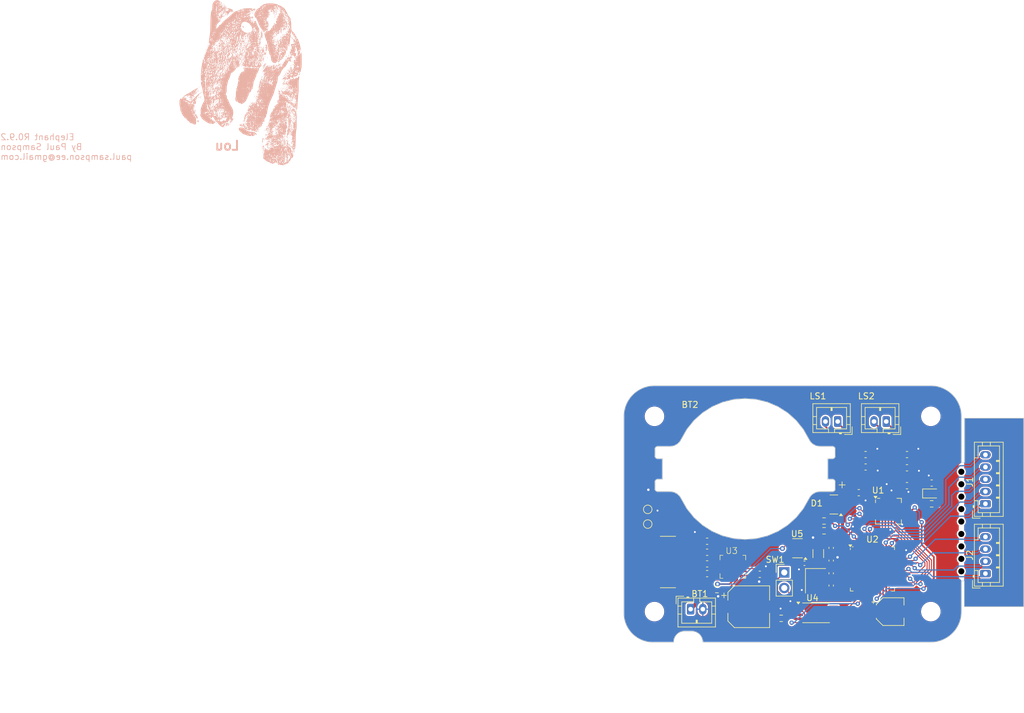
<source format=kicad_pcb>
(kicad_pcb (version 20240108) (generator "pcbnew") (generator_version "8.0")
  (layers (0 "F.Cu" signal) (31 "B.Cu" signal) (34 "B.Paste" user) (35 "F.Paste" user) (36 "B.SilkS" user "B.Silkscreen") (37 "F.SilkS" user "F.Silkscreen") (38 "B.Mask" user) (39 "F.Mask" user) (44 "Edge.Cuts" user))
  (net 0 "")
  (net 1 "GND")
  (net 2 "+BATT")
  (net 3 "Net-(C2-Pad1)")
  (net 4 "Net-(C3-Pad1)")
  (net 5 "+3.3V")
  (net 6 "/osc32_in")
  (net 7 "/osc32_out")
  (net 8 "/osc_in")
  (net 9 "Net-(C4-Pad1)")
  (net 10 "/spi1_sck")
  (net 11 "/spi1_miso")
  (net 12 "/pwr_aud")
  (net 13 "/spi1_mosi")
  (net 14 "Net-(SW1-A)")
  (net 15 "/osc_out")
  (net 16 "/sw_tilt")
  (net 17 "/pwr_eeprom")
  (net 18 "Net-(U2-VCAP1)")
  (net 19 "/write_eeprom")
  (net 20 "/hold_eeprom")
  (net 21 "Net-(U1-OUTL+)")
  (net 22 "Net-(C1-Pad1)")
  (net 23 "Net-(U1-OUTR+)")
  (net 24 "Net-(U1-OUTL-)")
  (net 25 "Net-(U1-OUTR-)")
  (net 26 "/I2S_master_clock")
  (net 27 "/I2S_word_clock")
  (net 28 "/I2S_bit_clock")
  (net 29 "/I2S_data")
  (net 30 "/I2C_SDA")
  (net 31 "/I2C_SCL")
  (net 33 "/pwr_buck_on")
  (net 40 "/uart_tx")
  (net 41 "/uart_rx")
  (net 42 "/uart_cts")
  (net 43 "/uart_rts")
  (net 44 "/jtms_swdio")
  (net 45 "/jtck_swclk")
  (net 46 "/jtdi")
  (net 47 "/jtdo-swo")
  (net 48 "/jtrst")
  (net 49 "+9V")
  (net 50 "Net-(BT2-+)")
  (net 51 "Net-(U3-TR{slash}SS)")
  (net 52 "Net-(U3-INTVcc)")
  (net 53 "Net-(C11-Pad1)")
  (net 54 "Net-(C13-Pad2)")
  (net 55 "Net-(U3-BST)")
  (net 56 "Net-(C14-Pad2)")
  (net 57 "Net-(D2-K)")
  (net 58 "Net-(U3-RT)")
  (net 59 "/Power/buck_en")
  (net 62 "/Power/pwr_buck_toggle")
  (net 63 "/pwr_buck_off")
  (footprint "Capacitor_SMD:C_0402_1005Metric" (layer "F.Cu") (at 144.96 110.78)
    (property "Reference" "C18" (hide yes))
    (property "Value" "100nF")
  )
  (footprint "Capacitor_SMD:C_0603_1608Metric" (layer "F.Cu") (at 161.704294 98.108154)
    (property "Reference" "C5" (hide yes))
    (property "Value" "100nF")
  )
  (footprint "Capacitor_SMD:C_0402_1005Metric" (layer "F.Cu") (at 149.319294 110.346154 -90)
    (property "Reference" "C12" (hide yes))
    (property "Value" "4.3pF" (hide yes))
  )
  (footprint "Resistor_SMD:R_0603_1608Metric" (layer "F.Cu") (at 148.16 103.88 180)
    (property "Reference" "R5" (hide yes))
    (property "Value" "10k")
  )
  (footprint "Connector_JST:JST_PH_B2B-PH-K_1x02_P2.00mm_Vertical" (layer "F.Cu") (at 126.36 118.28)
    (property "Reference" "BT1")
    (property "Value" "9v Battery")
  )
  (footprint "Resistor_SMD:R_0603_1608Metric" (layer "F.Cu") (at 165.735 101.08)
    (property "Reference" "R3" (hide yes))
    (property "Value" "330 Ω")
  )
  (footprint "Capacitor_SMD:C_0402_1005Metric" (layer "F.Cu") (at 149.319294 108.266154 90)
    (property "Reference" "C10" (hide yes))
    (property "Value" "4.3pF")
  )
  (footprint "Lou:LT8640" (layer "F.Cu") (at 133.2646 111.3552)
    (property "Reference" "U3")
    (property "Value" "LT8640")
  )
  (footprint "TestPoint:TestPoint_Pad_D1.0mm" (layer "F.Cu") (at 119.36 101.98)
    (property "Reference" "TP1" (hide yes))
    (property "Value" "GND")
  )
  (footprint "Package_DFN_QFN:QFN-20-1EP_4x4mm_P0.5mm_EP2.5x2.5mm" (layer "F.Cu") (at 158.675794 102.283154)
    (property "Reference" "U1")
    (property "Value" "SSM2518")
  )
  (footprint "Inductor_SMD:L_0402_1005Metric" (layer "F.Cu") (at 158.158294 94.806154)
    (property "Reference" "FB3" (hide yes))
    (property "Value" "FerriteBead_Small" (hide yes))
  )
  (footprint "Inductor_SMD:L_Bourns-SRN8040_8x8.15mm" (layer "F.Cu") (at 122.66 110.58 180)
    (property "Reference" "L1" (hide yes))
    (property "Value" "2.2uH")
  )
  (footprint "Capacitor_SMD:C_0603_1608Metric" (layer "F.Cu") (at 137.66 112.58)
    (property "Reference" "C8" (hide yes))
    (property "Value" "10nF")
  )
  (footprint "Inductor_SMD:L_0402_1005Metric" (layer "F.Cu") (at 164.843294 92.901154)
    (property "Reference" "FB2" (hide yes))
    (property "Value" "FerriteBead_Small" (hide yes))
  )
  (footprint "Package_TO_SOT_SMD:SOT-23-5" (layer "F.Cu") (at 143.8225 108.33 180)
    (property "Reference" "U5")
    (property "Value" "74AUP1G79")
  )
  (footprint "Capacitor_SMD:C_0402_1005Metric" (layer "F.Cu") (at 149.319294 114.426154 -90)
    (property "Reference" "C16" (hide yes))
    (property "Value" "12pF" (hide yes))
  )
  (footprint "Capacitor_SMD:C_0603_1608Metric" (layer "F.Cu") (at 129.06 107.18 180)
    (property "Reference" "C9" (hide yes))
    (property "Value" "1uF")
  )
  (footprint "Connector_PinHeader_2.54mm:PinHeader_1x02_P2.54mm_Vertical" (layer "F.Cu") (at 141.66 112.28)
    (property "Reference" "SW1")
    (property "Value" "SW_TILT")
  )
  (footprint "paul:pinhole" (layer "F.Cu") (at 170.581294 97.872154)
    (property "Reference" "REF**4" (hide yes))
    (property "Value" "pinhole" (hide yes))
  )
  (footprint "paul:pinhole" (layer "F.Cu") (at 170.581294 95.840154)
    (property "Reference" "REF**3" (hide yes))
    (property "Value" "pinhole" (hide yes))
  )
  (footprint "Package_SO:TSSOP-8_4.4x3mm_P0.65mm" (layer "F.Cu") (at 146.856794 118.88)
    (property "Reference" "U4")
    (property "Value" "M95M04")
  )
  (footprint "paul:pinhole" (layer "F.Cu") (at 170.581294 99.904154)
    (property "Reference" "REF**5" (hide yes))
    (property "Value" "pinhole" (hide yes))
  )
  (footprint "MountingHole:MountingHole_2.7mm_M2.5" (layer "F.Cu") (at 120.46 86.78)
    (property "Reference" "H1" (hide yes))
    (property "Value" "MountingHole")
  )
  (footprint "MountingHole:MountingHole_2.7mm_M2.5" (layer "F.Cu") (at 165.6 86.78)
    (property "Reference" "H2" (hide yes))
    (property "Value" "MountingHole")
  )
  (footprint "Crystal:Crystal_SMD_3225-4Pin_3.2x2.5mm" (layer "F.Cu") (at 146.769294 113.646154 -90)
    (property "Reference" "Y2" (hide yes))
    (property "Value" "25MHz, 9pF")
  )
  (footprint "Package_DFN_QFN:QFN-48-1EP_7x7mm_P0.5mm_EP5.6x5.6mm" (layer "F.Cu") (at 156.059294 111.705654)
    (property "Reference" "U2")
    (property "Value" "STM32F401CCUx")
  )
  (footprint "Capacitor_SMD:C_0603_1608Metric" (layer "F.Cu") (at 154.947294 93.028154)
    (property "Reference" "C1" (hide yes))
    (property "Value" "470pF")
  )
  (footprint "paul:pinhole" (layer "F.Cu") (at 170.581294 108.032154)
    (property "Reference" "REF**9" (hide yes))
    (property "Value" "pinhole" (hide yes))
  )
  (footprint "Capacitor_SMD:C_0603_1608Metric" (layer "F.Cu") (at 129.06 108.98)
    (property "Reference" "C13" (hide yes))
    (property "Value" "1uF")
  )
  (footprint "Capacitor_SMD:C_0603_1608Metric" (layer "F.Cu") (at 161.704294 93.028154)
    (property "Reference" "C2" (hide yes))
    (property "Value" "470pF")
  )
  (footprint "Capacitor_SMD:C_0603_1608Metric" (layer "F.Cu") (at 153.830294 99.251154)
    (property "Reference" "C7" (hide yes))
    (property "Value" "100nF")
  )
  (footprint "Connector_JST:JST_PH_B2B-PH-K_1x02_P2.00mm_Vertical" (layer "F.Cu") (at 158.319294 87.63 180)
    (property "Reference" "LS2")
    (property "Value" "Speaker" (hide yes))
  )
  (footprint "MountingHole:MountingHole_2.7mm_M2.5" (layer "F.Cu") (at 120.46 118.68)
    (property "Reference" "H3" (hide yes))
    (property "Value" "MountingHole")
  )
  (footprint "paul:pinhole" (layer "F.Cu") (at 170.581294 101.936154)
    (property "Reference" "REF**6" (hide yes))
    (property "Value" "pinhole" (hide yes))
  )
  (footprint "paul:pinhole" (layer "F.Cu") (at 170.581294 112.096154)
    (property "Reference" "REF**11" (hide yes))
    (property "Value" "pinhole" (hide yes))
  )
  (footprint "Capacitor_SMD:C_0402_1005Metric" (layer "F.Cu") (at 149.319294 112.426154 90)
    (property "Reference" "C15" (hide yes))
    (property "Value" "12pF")
  )
  (footprint "paul:pinhole" (layer "F.Cu") (at 170.581294 103.968154)
    (property "Reference" "REF**7" (hide yes))
    (property "Value" "pinhole" (hide yes))
  )
  (footprint "Resistor_SMD:R_0603_1608Metric" (layer "F.Cu") (at 141.16 119.78)
    (property "Reference" "R1" (hide yes))
    (property "Value" "10k")
  )
  (footprint "MountingHole:MountingHole_2.7mm_M2.5" (layer "F.Cu") (at 165.6 118.68)
    (property "Reference" "H4" (hide yes))
    (property "Value" "MountingHole")
  )
  (footprint "Capacitor_SMD:C_0603_1608Metric" (layer "F.Cu") (at 129.06 110.88 180)
    (property "Reference" "C11" (hide yes))
    (property "Value" "1uF")
  )
  (footprint "Package_TO_SOT_SMD:SOT-23" (layer "F.Cu") (at 149.76 101.18 180)
    (property "Reference" "D1")
    (property "Value" "BAT54C")
  )
  (footprint "Connector_JST:JST_PH_B2B-PH-K_1x02_P2.00mm_Vertical" (layer "F.Cu") (at 150.388294 87.63 180)
    (property "Reference" "LS1")
    (property "Value" "Speaker" (hide yes))
  )
  (footprint "Crystal:Crystal_SMD_3215-2Pin_3.2x1.5mm" (layer "F.Cu") (at 147.219294 109.196154 90)
    (property "Reference" "Y1" (hide yes))
    (property "Value" "32.768kHz, 6pF, 50kΩ")
  )
  (footprint "LED_SMD:LED_0603_1608Metric" (layer "F.Cu") (at 165.7475 99.38)
    (property "Reference" "D2" (hide yes))
    (property "Value" "LED")
  )
  (footprint "Capacitor_SMD:C_0603_1608Metric" (layer "F.Cu") (at 129.06 112.48)
    (property "Reference" "C14" (hide yes))
    (property "Value" "1uF")
  )
  (footprint "Capacitor_SMD:CP_Elec_6.3x5.3" (layer "F.Cu") (at 135.86 117.88)
    (property "Reference" "C17" (hide yes))
    (property "Value" "100u")
  )
  (footprint "Capacitor_SMD:C_0603_1608Metric" (layer "F.Cu") (at 165.735 97.68 180)
    (property "Reference" "C6" (hide yes))
    (property "Value" "4.7uF")
  )
  (footprint "paul:pinhole" (layer "F.Cu") (at 170.581294 110.064154)
    (property "Reference" "REF**10" (hide yes))
    (property "Value" "pinhole" (hide yes))
  )
  (footprint "Lou:BatteryHolder_Keystone_1057_1x2032" (layer "F.Cu") (at 135.26 95.38 180)
    (property "Reference" "BT2")
    (property "Value" "Coin Cell")
    (fp_line (start 14.7 2.08505) (end 14.7 3.282793) (stroke (width 0.1)) (layer "Edge.Cuts"))
    (fp_line (start 14.7 -3.285) (end 14.7 -2.08505) (stroke (width 0.1)) (layer "Edge.Cuts"))
    (fp_line (start 14.3 3.682793) (end 12.244622 3.682793) (stroke (width 0.1)) (layer "Edge.Cuts"))
    (fp_line (start 14.3 -1.68505) (end 13.5 -1.68505) (stroke (width 0.1)) (layer "Edge.Cuts"))
    (fp_line (start 13.5 1.68505) (end 14.3 1.68505) (stroke (width 0.1)) (layer "Edge.Cuts"))
    (fp_line (start 13.5 -1.68505) (end 13.5 1.68505) (stroke (width 0.1)) (layer "Edge.Cuts"))
    (fp_line (start 12.244622 3.682793) (end 11.921438 3.711284) (stroke (width 0.1)) (layer "Edge.Cuts"))
    (fp_line (start 12.244622 -3.685) (end 14.3 -3.685) (stroke (width 0.1)) (layer "Edge.Cuts"))
    (fp_line (start 11.921438 3.711284) (end 11.606748 3.789447) (stroke (width 0.1)) (layer "Edge.Cuts"))
    (fp_line (start 11.921438 -3.711285) (end 12.244622 -3.685) (stroke (width 0.1)) (layer "Edge.Cuts"))
    (fp_line (start 11.606748 3.789447) (end 11.308825 3.917434) (stroke (width 0.1)) (layer "Edge.Cuts"))
    (fp_line (start 11.606748 -3.789448) (end 11.921438 -3.711285) (stroke (width 0.1)) (layer "Edge.Cuts"))
    (fp_line (start 11.308825 3.917434) (end 11.035499 4.091882) (stroke (width 0.1)) (layer "Edge.Cuts"))
    (fp_line (start 11.308825 -3.917435) (end 11.606748 -3.789448) (stroke (width 0.1)) (layer "Edge.Cuts"))
    (fp_line (start 11.035499 4.091882) (end 10.793955 4.308204) (stroke (width 0.1)) (layer "Edge.Cuts"))
    (fp_line (start 11.035499 -4.091883) (end 11.308825 -3.917435) (stroke (width 0.1)) (layer "Edge.Cuts"))
    (fp_line (start 10.793955 4.308204) (end 10.590541 4.560715) (stroke (width 0.1)) (layer "Edge.Cuts"))
    (fp_line (start 10.793955 -4.308205) (end 11.035499 -4.091883) (stroke (width 0.1)) (layer "Edge.Cuts"))
    (fp_line (start 10.590541 4.560715) (end 10.430604 4.842777) (stroke (width 0.1)) (layer "Edge.Cuts"))
    (fp_line (start 10.590541 -4.560716) (end 10.793955 -4.308205) (stroke (width 0.1)) (layer "Edge.Cuts"))
    (fp_line (start 10.430604 4.842777) (end 9.510967 6.464635) (stroke (width 0.1)) (layer "Edge.Cuts"))
    (fp_line (start 10.430604 -4.842778) (end 10.590541 -4.560716) (stroke (width 0.1)) (layer "Edge.Cuts"))
    (fp_line (start 9.510967 6.464635) (end 8.341336 7.916571) (stroke (width 0.1)) (layer "Edge.Cuts"))
    (fp_line (start 9.510967 -6.464636) (end 10.430604 -4.842778) (stroke (width 0.1)) (layer "Edge.Cuts"))
    (fp_line (start 8.341336 7.916571) (end 6.952455 9.160423) (stroke (width 0.1)) (layer "Edge.Cuts"))
    (fp_line (start 8.341336 -7.916572) (end 9.510967 -6.464636) (stroke (width 0.1)) (layer "Edge.Cuts"))
    (fp_line (start 6.952455 9.160423) (end 5.380831 10.163495) (stroke (width 0.1)) (layer "Edge.Cuts"))
    (fp_line (start 6.952455 -9.160424) (end 8.341336 -7.916572) (stroke (width 0.1)) (layer "Edge.Cuts"))
    (fp_line (start 5.380831 10.163495) (end 3.667774 10.899423) (stroke (width 0.1)) (layer "Edge.Cuts"))
    (fp_line (start 5.380831 -10.163496) (end 6.952455 -9.160424) (stroke (width 0.1)) (layer "Edge.Cuts"))
    (fp_line (start 3.667774 10.899423) (end 1.858309 11.348862) (stroke (width 0.1)) (layer "Edge.Cuts"))
    (fp_line (start 3.667774 -10.899424) (end 5.380831 -10.163496) (stroke (width 0.1)) (layer "Edge.Cuts"))
    (fp_line (start 1.858309 11.348862) (end 0 11.499999) (stroke (width 0.1)) (layer "Edge.Cuts"))
    (fp_line (start 1.858309 -11.348863) (end 3.667774 -10.899424) (stroke (width 0.1)) (layer "Edge.Cuts"))
    (fp_line (start 0 11.499999) (end -1.858308 11.348862) (stroke (width 0.1)) (layer "Edge.Cuts"))
    (fp_line (start 0 -11.5) (end 1.858309 -11.348863) (stroke (width 0.1)) (layer "Edge.Cuts"))
    (fp_line (start -1.858308 11.348862) (end -3.667773 10.899423) (stroke (width 0.1)) (layer "Edge.Cuts"))
    (fp_line (start -1.858308 -11.348863) (end 0 -11.5) (stroke (width 0.1)) (layer "Edge.Cuts"))
    (fp_line (start -3.667773 10.899423) (end -5.38083 10.163495) (stroke (width 0.1)) (layer "Edge.Cuts"))
    (fp_line (start -3.667773 -10.899424) (end -1.858308 -11.348863) (stroke (width 0.1)) (layer "Edge.Cuts"))
    (fp_line (start -5.38083 10.163495) (end -6.952454 9.160423) (stroke (width 0.1)) (layer "Edge.Cuts"))
    (fp_line (start -5.38083 -10.163496) (end -3.667773 -10.899424) (stroke (width 0.1)) (layer "Edge.Cuts"))
    (fp_line (start -6.952454 9.160423) (end -8.341335 7.916571) (stroke (width 0.1)) (layer "Edge.Cuts"))
    (fp_line (start -6.952454 -9.160424) (end -5.38083 -10.163496) (stroke (width 0.1)) (layer "Edge.Cuts"))
    (fp_line (start -8.341335 7.916571) (end -9.510966 6.464635) (stroke (width 0.1)) (layer "Edge.Cuts"))
    (fp_line (start -8.341335 -7.916572) (end -6.952454 -9.160424) (stroke (width 0.1)) (layer "Edge.Cuts"))
    (fp_line (start -9.510966 6.464635) (end -10.430603 4.842777) (stroke (width 0.1)) (layer "Edge.Cuts"))
    (fp_line (start -9.510966 -6.464636) (end -8.341335 -7.916572) (stroke (width 0.1)) (layer "Edge.Cuts"))
    (fp_line (start -10.430603 4.842777) (end -10.59054 4.560715) (stroke (width 0.1)) (layer "Edge.Cuts"))
    (fp_line (start -10.430603 -4.842778) (end -9.510966 -6.464636) (stroke (width 0.1)) (layer "Edge.Cuts"))
    (fp_line (start -10.59054 4.560715) (end -10.793954 4.308204) (stroke (width 0.1)) (layer "Edge.Cuts"))
    (fp_line (start -10.59054 -4.560716) (end -10.430603 -4.842778) (stroke (width 0.1)) (layer "Edge.Cuts"))
    (fp_line (start -10.793954 4.308204) (end -11.035498 4.091882) (stroke (width 0.1)) (layer "Edge.Cuts"))
    (fp_line (start -10.793954 -4.308205) (end -10.59054 -4.560716) (stroke (width 0.1)) (layer "Edge.Cuts"))
    (fp_line (start -11.035498 4.091882) (end -11.308824 3.917434) (stroke (width 0.1)) (layer "Edge.Cuts"))
    (fp_line (start -11.035498 -4.091883) (end -10.793954 -4.308205) (stroke (width 0.1)) (layer "Edge.Cuts"))
    (fp_line (start -11.308824 3.917434) (end -11.606747 3.789447) (stroke (width 0.1)) (layer "Edge.Cuts"))
    (fp_line (start -11.308824 -3.917435) (end -11.035498 -4.091883) (stroke (width 0.1)) (layer "Edge.Cuts"))
    (fp_line (start -11.606747 3.789447) (end -11.921437 3.711284) (stroke (width 0.1)) (layer "Edge.Cuts"))
    (fp_line (start -11.606747 -3.789448) (end -11.308824 -3.917435) (stroke (width 0.1)) (layer "Edge.Cuts"))
    (fp_line (start -11.921437 3.711284) (end -12.244621 3.684999) (stroke (width 0.1)) (layer "Edge.Cuts"))
    (fp_line (start -11.921437 -3.711285) (end -11.606747 -3.789448) (stroke (width 0.1)) (layer "Edge.Cuts"))
    (fp_line (start -12.244621 3.684999) (end -14.3 3.684899) (stroke (width 0.1)) (layer "Edge.Cuts"))
    (fp_line (start -12.244621 -3.685) (end -11.921437 -3.711285) (stroke (width 0.1)) (layer "Edge.Cuts"))
    (fp_line (start -13.5 1.684949) (end -13.5 -1.68505) (stroke (width 0.1)) (layer "Edge.Cuts"))
    (fp_line (start -13.5 -1.68505) (end -14.3 -1.68505) (stroke (width 0.1)) (layer "Edge.Cuts"))
    (fp_line (start -14.3 1.684949) (end -13.5 1.684949) (stroke (width 0.1)) (layer "Edge.Cuts"))
    (fp_line (start -14.3 -3.685) (end -12.244621 -3.685) (stroke (width 0.1)) (layer "Edge.Cuts"))
    (fp_line (start -14.7 3.284899) (end -14.7 2.084949) (stroke (width 0.1)) (layer "Edge.Cuts"))
    (fp_line (start -14.7 -2.08505) (end -14.7 -3.285) (stroke (width 0.1)) (layer "Edge.Cuts"))
    (fp_arc (start 14.7 3.282793) (mid 14.582845 3.56564) (end 14.3 3.682793) (stroke (width 0.1)) (layer "Edge.Cuts"))
    (fp_arc (start 14.7 -2.08505) (mid 14.582843 -1.802207) (end 14.3 -1.68505) (stroke (width 0.1)) (layer "Edge.Cuts"))
    (fp_arc (start 14.3 1.68505) (mid 14.582825 1.80221) (end 14.7 2.08505) (stroke (width 0.1)) (layer "Edge.Cuts"))
    (fp_arc (start 14.3 -3.685) (mid 14.582843 -3.567843) (end 14.7 -3.285) (stroke (width 0.1)) (layer "Edge.Cuts"))
    (fp_arc (start -14.3 3.684899) (mid -14.582843 3.567742) (end -14.7 3.284899) (stroke (width 0.1)) (layer "Edge.Cuts"))
    (fp_arc (start -14.3 -1.68505) (mid -14.582842 -1.802208) (end -14.7 -2.08505) (stroke (width 0.1)) (layer "Edge.Cuts"))
    (fp_arc (start -14.7 2.084949) (mid -14.582843 1.802106) (end -14.3 1.684949) (stroke (width 0.1)) (layer "Edge.Cuts"))
    (fp_arc (start -14.7 -3.285) (mid -14.582843 -3.567843) (end -14.3 -3.685) (stroke (width 0.1)) (layer "Edge.Cuts"))
  )
  (footprint "Resistor_SMD:R_0603_1608Metric" (layer "F.Cu") (at 130.66 115.08 180)
    (property "Reference" "R2" (hide yes))
    (property "Value" "17.8k")
  )
  (footprint "paul:pinhole" (layer "F.Cu") (at 170.581294 106.000154)
    (property "Reference" "REF**8" (hide yes))
    (property "Value" "pinhole" (hide yes))
  )
  (footprint "Capacitor_SMD:C_0603_1608Metric" (layer "F.Cu") (at 161.704294 95.187154)
    (property "Reference" "C4" (hide yes))
    (property "Value" "470pF")
  )
  (footprint "Resistor_SMD:R_0603_1608Metric" (layer "F.Cu") (at 148.16 105.48 180)
    (property "Reference" "R4" (hide yes))
    (property "Value" "10k")
  )
  (footprint "TestPoint:TestPoint_Pad_D1.0mm" (layer "F.Cu") (at 119.36 104.38)
    (property "Reference" "TP2" (hide yes))
    (property "Value" "3v3")
  )
  (footprint "Connector_JST:JST_PH_B4B-PH-K_1x04_P2.00mm_Vertical" (layer "F.Cu") (at 174.518294 112.466154 90)
    (property "Reference" "J2")
    (property "Value" "Conn_01x04_Pin")
  )
  (footprint "Capacitor_SMD:C_0603_1608Metric" (layer "F.Cu") (at 154.947294 95.060154)
    (property "Reference" "C3" (hide yes))
    (property "Value" "470pF")
  )
  (footprint "Inductor_SMD:L_0402_1005Metric" (layer "F.Cu") (at 164.843294 94.891154)
    (property "Reference" "FB4" (hide yes))
    (property "Value" "FerriteBead_Small" (hide yes))
  )
  (footprint "Capacitor_SMD:CP_Elec_4x5.4" (layer "F.Cu") (at 158.96 118.68)
    (property "Reference" "C19" (hide yes))
    (property "Value" "4.7uF,<1Ω")
  )
  (footprint "Connector_JST:JST_PH_B5B-PH-K_1x05_P2.00mm_Vertical" (layer "F.Cu") (at 174.518294 101.066154 90)
    (property "Reference" "J1")
    (property "Value" "Conn_01x05_Pin")
  )
  (footprint "Inductor_SMD:L_0402_1005Metric" (layer "F.Cu") (at 158.158294 92.816154)
    (property "Reference" "FB1" (hide yes))
    (property "Value" "FerriteBead_Small" (hide yes))
  )
  (footprint "LOGO" (layer "B.Cu") (at 52.859294 32.266154 180)
    (property "Reference" "G***1" (hide yes))
    (property "Value" "Lou")
  )
  (gr_arc (start 123.6 123.68) (mid 124.107208 122.415492) (end 125.36 121.88) (stroke (width 0.1)) (layer "Edge.Cuts"))
  (gr_line (start 171.1 94.28) (end 171.1 87.08) (stroke (width 0.1)) (layer "Edge.Cuts"))
  (gr_line (start 115.46 119.18) (end 115.46 86.78) (stroke (width 0.1)) (layer "Edge.Cuts"))
  (gr_line (start 180.759294 87.08) (end 171.099294 87.08) (stroke (width 0.1)) (layer "Edge.Cuts"))
  (gr_line (start 123.6 123.68) (end 120.46 123.68) (stroke (width 0.1)) (layer "Edge.Cuts"))
  (gr_arc (start 115.46 86.78) (mid 116.924466 83.244466) (end 120.46 81.78) (stroke (width 0.1)) (layer "Edge.Cuts"))
  (gr_line (start 171.06 117.88) (end 171.06 113.68) (stroke (width 0.1)) (layer "Edge.Cuts"))
  (gr_arc (start 170.6 118.68) (mid 169.135534 122.215534) (end 165.6 123.68) (stroke (width 0.1)) (layer "Edge.Cuts"))
  (gr_line (start 120.46 81.78) (end 165.6 81.78) (stroke (width 0.1)) (layer "Edge.Cuts"))
  (gr_line (start 180.76 117.88) (end 180.759294 87.08) (stroke (width 0.1)) (layer "Edge.Cuts"))
  (gr_line (start 171.1 94.28) (end 170.6 94.28) (stroke (width 0.1)) (layer "Edge.Cuts"))
  (gr_arc (start 120.46 123.68) (mid 117.028019 122.465534) (end 115.46 119.18) (stroke (width 0.1)) (layer "Edge.Cuts"))
  (gr_line (start 171.06 113.68) (end 170.6 113.68) (stroke (width 0.1)) (layer "Edge.Cuts"))
  (gr_arc (start 165.6 81.78) (mid 169.135534 83.244466) (end 170.6 86.78) (stroke (width 0.1)) (layer "Edge.Cuts"))
  (gr_line (start 126.55 121.88) (end 125.36 121.88) (stroke (width 0.1)) (layer "Edge.Cuts"))
  (gr_line (start 171.06 117.88) (end 180.76 117.88) (stroke (width 0.1)) (layer "Edge.Cuts"))
  (gr_line (start 170.6 86.78) (end 170.6 94.28) (stroke (width 0.1)) (layer "Edge.Cuts"))
  (gr_arc (start 126.55 121.88) (mid 127.822792 122.407208) (end 128.35 123.68) (stroke (width 0.1)) (layer "Edge.Cuts"))
  (gr_line (start 165.6 123.68) (end 128.35 123.68) (stroke (width 0.1)) (layer "Edge.Cuts"))
  (gr_line (start 170.6 113.68) (end 170.6 118.68) (stroke (width 0.1)) (layer "Edge.Cuts"))
  (gr_text "Elephant R0.9.2\nBy Paul Sampson\npaul.sampson.ee@gmail.com\n" (at 13.559294 44.966154 0) (layer "B.SilkS") (effects (font (size 1 1) (thickness 0.125)) (justify right bottom mirror)))
  (segment (start 156.340154 95.060154) (end 156.921226 95.641226) (width 0.2032) (layer "F.Cu") (net 1))
  (segment (start 135.713 111.6612) (end 137.1138 111.6612) (width 0.1524) (layer "F.Cu") (net 1))
  (segment (start 158.675794 105.025948) (end 158.675794 104.220654) (width 0.1524) (layer "F.Cu") (net 1))
  (segment (start 119.36 101.98) (end 120.76 101.98) (width 0.254) (layer "F.Cu") (net 1))
  (segment (start 156.059294 112.403086) (end 158.309294 114.653086) (width 0.254) (layer "F.Cu") (net 1))
  (segment (start 158.309294 114.653086) (end 158.309294 115.143154) (width 0.254) (layer "F.Cu") (net 1))
  (segment (start 162.479294 98.560706) (end 161.945294 99.094706) (width 0.254) (layer "F.Cu") (net 1))
  (segment (start 155.309294 108.268154) (end 155.309294 107.778086) (width 0.254) (layer "F.Cu") (net 1))
  (segment (start 145.44 110.78) (end 144.44 111.78) (width 0.2032) (layer "F.Cu") (net 1))
  (segment (start 158.675794 99.345654) (end 159.151294 98.870154) (width 0.254) (layer "F.Cu") (net 1))
  (segment (start 149.319294 108.768748) (end 150.36 109.809454) (width 0.1524) (layer "F.Cu") (net 1))
  (segment (start 165.6691 98.3891) (end 165.6691 100.1891) (width 0.2032) (layer "F.Cu") (net 1))
  (segment (start 149.319294 108.746154) (end 149.319294 109.866154) (width 0.1524) (layer "F.Cu") (net 1))
  (segment (start 163.656226 95.455085) (end 163.388295 95.187154) (width 0.254) (layer "F.Cu") (net 1))
  (segment (start 153.809294 108.268154) (end 153.809294 109.455654) (width 0.254) (layer "F.Cu") (net 1))
  (segment (start 135.657 111.6052) (end 135.713 111.6612) (width 0.1524) (layer "F.Cu") (net 1))
  (segment (start 129.935 115.255) (end 130.86 116.18) (width 0.25) (layer "F.Cu") (net 1))
  (segment (start 153.809294 109.455654) (end 156.059294 111.705654) (width 0.254) (layer "F.Cu") (net 1))
  (segment (start 155.911846 93.028154) (end 156.86 92.08) (width 0.254) (layer "F.Cu") (net 1))
  (segment (start 149.319294 109.866154) (end 149.399294 109.866154) (width 0.1524) (layer "F.Cu") (net 1))
  (segment (start 120.76 101.98) (end 120.96 102.18) (width 0.254) (layer "F.Cu") (net 1))
  (segment (start 153.185604 105.654396) (end 153.585604 106.054396) (width 0.254) (layer "F.Cu") (net 1))
  (segment (start 158.675794 102.283154) (end 158.754294 102.283154) (width 0.254) (layer "F.Cu") (net 1))
  (segment (start 142.66 116.98) (end 142.66 119.100578) (width 0.1524) (layer "F.Cu") (net 1))
  (segment (start 156.203014 102.283154) (end 154.938594 101.018734) (width 0.254) (layer "F.Cu") (net 1))
  (segment (start 156.059294 111.705654) (end 156.059294 109.508222) (width 0.254) (layer "F.Cu") (net 1))
  (segment (start 120.035294 95.949154) (end 119.019294 95.949154) (width 0.635) (layer "F.Cu") (net 1))
  (segment (start 156.059294 109.508222) (end 155.309294 108.758222) (width 0.254) (layer "F.Cu") (net 1))
  (segment (start 138.535 112.805) (end 138.535 112.58) (width 0.25) (layer "F.Cu") (net 1))
  (segment (start 128.285 107.28) (end 128.285 106.905) (width 0.25) (layer "F.Cu") (net 1))
  (segment (start 138.96 118.18) (end 138.66 117.88) (width 0.2032) (layer "F.Cu") (net 1))
  (segment (start 120.035294 95.949154) (end 120.167794 96.081654) (width 0.635) (layer "F.Cu") (net 1))
  (segment (start 149.319294 108.746154) (end 149.319294 108.768748) (width 0.1524) (layer "F.Cu") (net 1))
  (segment (start 144.919294 114.746154) (end 144.519294 115.146154) (width 0.1524) (layer "F.Cu") (net 1))
  (segment (start 165.6691 100.1891) (end 166.56 101.08) (width 0.2032) (layer "F.Cu") (net 1))
  (segment (start 156.059294 111.705654) (end 156.059294 112.403086) (width 0.254) (layer "F.Cu") (net 1))
  (segment (start 153.083032 107.09425) (end 152.654043 107.09425) (width 0.254) (layer "F.Cu") (net 1))
  (segment (start 158.175794 100.345654) (end 158.175794 98.067654) (width 0.254) (layer "F.Cu") (net 1))
  (segment (start 153.585604 106.054396) (end 152.880694 105.349486) (width 0.254) (layer "F.Cu") (net 1))
  (segment (start 147.619294 113.046154) (end 145.919294 114.746154) (width 0.1524) (layer "F.Cu") (net 1))
  (segment (start 163.56 92.08) (end 162.611846 93.028154) (width 0.2032) (layer "F.Cu") (net 1))
  (segment (start 159.496794 109.455654) (end 160.757794 109.455654) (width 0.1524) (layer "F.Cu") (net 1))
  (segment (start 155.309294 107.778086) (end 153.585604 106.054396) (width 0.254) (layer "F.Cu") (net 1))
  (segment (start 152.699897 105.654396) (end 153.185604 105.654396) (width 0.254) (layer "F.Cu") (net 1))
  (segment (start 129.935 114.98) (end 129.935 115.255) (width 0.25) (layer "F.Cu") (net 1))
  (segment (start 152.24575 106.108543) (end 152.699897 105.654396) (width 0.254) (layer "F.Cu") (net 1))
  (segment (start 128.285 106.905) (end 127.06 105.68) (width 0.25) (layer "F.Cu") (net 1))
  (segment (start 154.150294 99.251154) (end 154.150294 99.732854) (width 0.254) (layer "F.Cu") (net 1))
  (segment (start 154.938594 101.018734) (end 154.938594 100.521154) (width 0.254) (layer "F.Cu") (net 1))
  (segment (start 158.979253 105.329407) (end 158.675794 105.025948) (width 0.1524) (layer "F.Cu") (net 1))
  (segment (start 160.757794 109.455654) (end 161.564294 108.649154) (width 0.1524) (layer "F.Cu") (net 1))
  (segment (start 142.66 119.100578) (end 143.48987 119.930448) (width 0.1524) (layer "F.Cu") (net 1))
  (segment (start 158.754294 102.283154) (end 160.929294 104.458154) (width 0.254) (layer "F.Cu") (net 1))
  (segment (start 153.809294 108.268154) (end 153.809294 107.820512) (width 0.254) (layer "F.Cu") (net 1))
  (segment (start 145.46 107.48) (end 146.36 106.58) (width 0.25) (layer "F.Cu") (net 1))
  (segment (start 147.619294 112.546154) (end 147.619294 113.046154) (width 0.1524) (layer "F.Cu") (net 1))
  (segment (start 159.151294 98.870154) (end 159.175794 98.894654) (width 0.254) (layer "F.Cu") (net 1))
  (segment (start 158.175794 98.067654) (end 158.389294 97.854154) (width 0.254) (layer "F.Cu") (net 1))
  (segment (start 155.309294 112.455654) (end 152.621794 112.455654) (width 0.254) (layer "F.Cu") (net 1))
  (segment (start 158.309294 115.143154) (end 158.309294 116.229294) (width 0.254) (layer "F.Cu") (net 1))
  (segment (start 159.496794 109.455654) (end 158.309294 109.455654) (width 0.254) (layer "F.Cu") (net 1))
  (segment (start 119.36 98.88) (end 119.46 98.78) (width 0.2032) (layer "F.Cu") (net 1))
  (segment (start 162.479294 98.108154) (end 162.479294 98.560706) (width 0.254) (layer "F.Cu") (net 1))
  (segment (start 155.309294 108.758222) (end 155.309294 108.268154) (width 0.254) (layer "F.Cu") (net 1))
  (segment (start 160.613294 104.142154) (end 160.929294 104.458154) (width 0.1524) (layer "F.Cu") (net 1))
  (segment (start 162.611846 93.028154) (end 162.479294 93.028154) (width 0.2032) (layer "F.Cu") (net 1))
  (segment (start 148.959294 112.546154) (end 149.319294 112.906154) (width 0.1524) (layer "F.Cu") (net 1))
  (segment (start 160.613294 103.283154) (end 160.613294 104.142154) (width 0.1524) (layer "F.Cu") (net 1))
  (segment (start 158.675794 100.345654) (end 158.675794 99.345654) (width 0.254) (layer "F.Cu") (net 1))
  (segment (start 164.96 97.68) (end 165.6691 98.3891) (width 0.2032) (layer "F.Cu") (net 1))
  (segment (start 153.809294 107.820512) (end 153.083032 107.09425) (width 0.254) (layer "F.Cu") (net 1))
  (segment (start 158.309294 116.229294) (end 160.76 118.68) (width 0.254) (layer "F.Cu") (net 1))
  (segment (start 155.722294 95.060154) (end 156.340154 95.060154) (width 0.2032) (layer "F.Cu") (net 1))
  (segment (start 137.67 111.105) (end 138.485 111.105) (width 0.1524) (layer "F.Cu") (net 1))
  (segment (start 143.48987 119.930448) (end 143.96 119.930448) (width 0.1524) (layer "F.Cu") (net 1))
  (segment (start 152.24575 106.685957) (end 152.24575 106.108543) (width 0.254) (layer "F.Cu") (net 1))
  (segment (start 135.657 111.6052) (end 135.1896 111.6052) (width 0.1524) (layer "F.Cu") (net 1))
  (segment (start 145.919294 114.746154) (end 144.919294 114.746154) (width 0.1524) (layer "F.Cu") (net 1))
  (segment (start 163.656226 95.676226) (end 163.656226 95.455085) (width 0.254) (layer "F.Cu") (net 1))
  (segment (start 138.485 111.105) (end 138.66 111.28) (width 0.1524) (layer "F.Cu") (net 1))
  (segment (start 152.621794 112.455654) (end 152.174152 112.455654) (width 0.254) (layer "F.Cu") (net 1))
  (segment (start 137.1138 111.6612) (end 137.67 111.105) (width 0.1524) (layer "F.Cu") (net 1))
  (segment (start 152.654043 107.09425) (end 152.24575 106.685957) (width 0.254) (layer "F.Cu") (net 1))
  (segment (start 144.44 111.78) (end 144.06 111.78) (width 0.2032) (layer "F.Cu") (net 1))
  (segment (start 119.46 95.73) (end 120.11 95.08) (width 0.508) (layer "F.Cu") (net 1))
  (segment (start 164.96 96.749354) (end 165.26 96.449354) (width 0.2032) (layer "F.Cu") (net 1))
  (segment (start 156.738294 102.283154) (end 156.203014 102.283154) (width 0.254) (layer "F.Cu") (net 1))
  (segment (start 141.06 118.18) (end 138.96 118.18) (width 0.2032) (layer "F.Cu") (net 1))
  (segment (start 152.880694 105.349486) (end 152.880694 104.791554) (width 0.254) (layer "F.Cu") (net 1))
  (segment (start 161.945294 99.094706) (end 161.945294 99.124154) (width 0.254) (layer "F.Cu") (net 1))
  (segment (start 137.56 113.78) (end 138.535 112.805) (width 0.25) (layer "F.Cu") (net 1))
  (segment (start 159.175794 98.894654) (end 159.175794 100.345654) (width 0.254) (layer "F.Cu") (net 1))
  (segment (start 149.319294 112.906154) (end 149.319294 113.946154) (width 0.1524) (layer "F.Cu") (net 1))
  (segment (start 147.619294 112.546154) (end 148.959294 112.546154) (width 0.1524) (layer "F.Cu") (net 1))
  (segment (start 158.309294 109.455654) (end 156.059294 111.705654) (width 0.254) (layer "F.Cu") (net 1))
  (segment (start 119.46 98.78) (end 119.46 95.73) (width 0.508) (layer "F.Cu") (net 1))
  (segment (start 164.96 97.68) (end 164.96 96.749354) (width 0.2032) (layer "F.Cu") (net 1))
  (segment (start 144.935 107.48) (end 145.46 107.48) (width 0.25) (layer "F.Cu") (net 1))
  (segment (start 154.150294 99.732854) (end 154.938594 100.521154) (width 0.254) (layer "F.Cu") (net 1))
  (segment (start 163.388295 95.187154) (end 162.479294 95.187154) (width 0.254) (layer "F.Cu") (net 1))
  (via (at 119.46 98.78) (size 0.8) (drill 0.4) (layers "F.Cu" "B.Cu") (net 1))
  (via (at 142.66 116.98) (size 0.7112) (drill 0.3048) (layers "F.Cu" "B.Cu") (net 1))
  (via (at 120.96 102.18) (size 0.7112) (drill 0.3048) (layers "F.Cu" "B.Cu") (net 1))
  (via (at 150.36 109.809454) (size 0.8) (drill 0.4) (layers "F.Cu" "B.Cu") (net 1))
  (via (at 137.56 113.78) (size 0.8) (drill 0.4) (layers "F.Cu" "B.Cu") (net 1))
  (via (at 154.938594 100.521154) (size 0.7112) (drill 0.3048) (layers "F.Cu" "B.Cu") (net 1))
  (via (at 144.519294 115.146154) (size 0.7112) (drill 0.3048) (layers "F.Cu" "B.Cu") (net 1))
  (via (at 158.979253 105.329407) (size 0.7112) (drill 0.3048) (layers "F.Cu" "B.Cu") (net 1))
  (via (at 161.945294 99.124154) (size 0.7112) (drill 0.3048) (layers "F.Cu" "B.Cu") (net 1))
  (via (at 152.880694 104.791554) (size 0.7112) (drill 0.3048) (layers "F.Cu" "B.Cu") (net 1))
  (via (at 159.175794 98.894654) (size 0.7112) (drill 0.3048) (layers "F.Cu" "B.Cu") (net 1))
  (via (at 127.06 105.68) (size 0.7112) (drill 0.3048) (layers "F.Cu" "B.Cu") (net 1))
  (via (at 141.06 118.18) (size 0.7112) (drill 0.3048) (layers "F.Cu" "B.Cu") (net 1))
  (via (at 163.56 92.08) (size 0.7112) (drill 0.3048) (layers "F.Cu" "B.Cu") (net 1))
  (via (at 158.389294 97.854154) (size 0.7112) (drill 0.3048) (layers "F.Cu" "B.Cu") (net 1))
  (via (at 156.921226 95.641226) (size 0.7112) (drill 0.3048) (layers "F.Cu" "B.Cu") (net 1))
  (via (at 165.26 96.449354) (size 0.7112) (drill 0.3048) (layers "F.Cu" "B.Cu") (net 1))
  (via (at 156.86 92.08) (size 0.7112) (drill 0.3048) (layers "F.Cu" "B.Cu") (net 1))
  (via (at 144.06 111.78) (size 0.7112) (drill 0.3048) (layers "F.Cu" "B.Cu") (net 1))
  (via (at 138.66 111.28) (size 0.7112) (drill 0.3048) (layers "F.Cu" "B.Cu") (net 1))
  (via (at 160.929294 104.458154) (size 0.7112) (drill 0.3048) (layers "F.Cu" "B.Cu") (net 1))
  (via (at 161.564294 108.649154) (size 0.7112) (drill 0.3048) (layers "F.Cu" "B.Cu") (net 1))
  (via (at 130.86 116.18) (size 0.8) (drill 0.4) (layers "F.Cu" "B.Cu") (net 1))
  (via (at 163.656226 95.676226) (size 0.7112) (drill 0.3048) (layers "F.Cu" "B.Cu") (net 1))
  (via (at 146.36 106.58) (size 0.8) (drill 0.4) (layers "F.Cu" "B.Cu") (net 1))
  (segment (start 143.6191 107.78) (end 143.6191 109.9191) (width 0.2032) (layer "F.Cu") (net 2))
  (segment (start 143.6191 109.9191) (end 144.48 110.78) (width 0.2032) (layer "F.Cu") (net 2))
  (segment (start 150.219795 106.99929) (end 152.176159 108.955654) (width 0.2032) (layer "F.Cu") (net 2))
  (segment (start 143.6191 108.3459) (end 143.6191 107.78) (width 0.2032) (layer "F.Cu") (net 2))
  (segment (start 148.06 101.18) (end 148.8225 101.18) (width 0.2032) (layer "F.Cu") (net 2))
  (segment (start 146.26 102.98) (end 148.06 101.18) (width 0.2032) (layer "F.Cu") (net 2))
  (segment (start 146.26 102.98) (end 149.26 102.98) (width 0.2032) (layer "F.Cu") (net 2))
  (segment (start 143.6191 107.78) (end 143.6191 105.6209) (width 0.2032) (layer "F.Cu") (net 2))
  (segment (start 150.5872 104.3072) (end 150.5872 104.939795) (width 0.2032) (layer "F.Cu") (net 2))
  (segment (start 149.26 102.98) (end 150.5872 104.3072) (width 0.2032) (layer "F.Cu") (net 2))
  (segment (start 150.5872 104.939795) (end 150.219795 105.3072) (width 0.2032) (layer "F.Cu") (net 2))
  (segment (start 150.219795 105.3072) (end 150.219795 106.99929) (width 0.2032) (layer "F.Cu") (net 2))
  (segment (start 152.176159 108.955654) (end 152.621794 108.955654) (width 0.2032) (layer "F.Cu") (net 2))
  (segment (start 142.685 109.28) (end 143.6191 108.3459) (width 0.2032) (layer "F.Cu") (net 2))
  (segment (start 143.6191 105.6209) (end 146.26 102.98) (width 0.2032) (layer "F.Cu") (net 2))
  (segment (start 164.429294 93.800154) (end 161.961707 93.800154) (width 0.254) (layer "F.Cu") (net 3))
  (segment (start 165.328294 92.901154) (end 164.429294 93.800154) (width 0.254) (layer "F.Cu") (net 3))
  (segment (start 161.189707 93.028154) (end 160.929294 93.028154) (width 0.254) (layer "F.Cu") (net 3))
  (segment (start 158.319294 87.746154) (end 158.695294 87.746154) (width 0.254) (layer "F.Cu") (net 3))
  (segment (start 161.961707 93.800154) (end 161.189707 93.028154) (width 0.254) (layer "F.Cu") (net 3))
  (segment (start 160.929294 93.028154) (end 160.929294 90.356154) (width 0.254) (layer "F.Cu") (net 3))
  (segment (start 160.929294 90.356154) (end 158.319294 87.746154) (width 0.254) (layer "F.Cu") (net 3))
  (segment (start 148.388294 87.821154) (end 148.388294 87.992114) (width 0.254) (layer "F.Cu") (net 4))
  (segment (start 154.944294 94.288154) (end 154.172294 95.060154) (width 0.254) (layer "F.Cu") (net 4))
  (segment (start 156.442294 94.288154) (end 154.944294 94.288154) (width 0.254) (layer "F.Cu") (net 4))
  (segment (start 157.673294 94.806154) (end 156.960294 94.806154) (width 0.254) (layer "F.Cu") (net 4))
  (segment (start 154.944294 94.288154) (end 154.21284 94.288154) (width 0.254) (layer "F.Cu") (net 4))
  (segment (start 156.960294 94.806154) (end 156.442294 94.288154) (width 0.254) (layer "F.Cu") (net 4))
  (segment (start 154.21284 94.288154) (end 148.388294 88.463608) (width 0.254) (layer "F.Cu") (net 4))
  (segment (start 148.388294 88.463608) (end 148.388294 87.746154) (width 0.254) (layer "F.Cu") (net 4))
  (segment (start 149.159294 107.946154) (end 149.319294 107.786154) (width 0.1524) (layer "F.Cu") (net 6))
  (segment (start 150.014795 107.786154) (end 149.319294 107.786154) (width 0.1524) (layer "F.Cu") (net 6))
  (segment (start 152.621794 109.955654) (end 152.184295 109.955654) (width 0.1524) (layer "F.Cu") (net 6))
  (segment (start 152.184295 109.955654) (end 150.014795 107.786154) (width 0.1524) (layer "F.Cu") (net 6))
  (segment (start 147.219294 107.946154) (end 149.159294 107.946154) (width 0.1524) (layer "F.Cu") (net 6))
  (segment (start 147.219294 110.446154) (end 148.939294 110.446154) (width 0.1524) (layer "F.Cu") (net 7))
  (segment (start 150.009794 110.455654) (end 152.621794 110.455654) (width 0.1524) (layer "F.Cu") (net 7))
  (segment (start 145.622499 108.33) (end 147.219294 109.926795) (width 0.2032) (layer "F.Cu") (net 7))
  (segment (start 149.639294 110.826154) (end 150.009794 110.455654) (width 0.1524) (layer "F.Cu") (net 7))
  (segment (start 149.319294 110.826154) (end 149.639294 110.826154) (width 0.1524) (layer "F.Cu") (net 7))
  (segment (start 149.01657 110.52343) (end 149.319294 110.826154) (width 0.1524) (layer "F.Cu") (net 7))
  (segment (start 144.96 108.33) (end 145.622499 108.33) (width 0.2032) (layer "F.Cu") (net 7))
  (segment (start 148.939294 110.446154) (end 149.01657 110.52343) (width 0.1524) (layer "F.Cu") (net 7))
  (segment (start 149.01657 110.52343) (end 149.00343 110.52343) (width 0.1524) (layer "F.Cu") (net 7))
  (segment (start 147.219294 109.926795) (end 147.219294 110.446154) (width 0.2032) (layer "F.Cu") (net 7))
  (segment (start 152.621794 110.955654) (end 150.309794 110.955654) (width 0.1524) (layer "F.Cu") (net 8))
  (segment (start 145.919294 112.546154) (end 147.019294 111.446154) (width 0.1524) (layer "F.Cu") (net 8))
  (segment (start 150.069294 111.196154) (end 149.319294 111.946154) (width 0.1524) (layer "F.Cu") (net 8))
  (segment (start 150.309794 110.955654) (end 150.069294 111.196154) (width 0.1524) (layer "F.Cu") (net 8))
  (segment (start 147.019294 111.446154) (end 149.819294 111.446154) (width 0.1524) (layer "F.Cu") (net 8))
  (segment (start 149.819294 111.446154) (end 150.069294 111.196154) (width 0.1524) (layer "F.Cu") (net 8))
  (segment (start 160.504054 93.822368) (end 160.182294 93.500608) (width 0.254) (layer "F.Cu") (net 9))
  (segment (start 156.319294 87.746154) (end 156.00008 88.065368) (width 0.254) (layer "F.Cu") (net 9))
  (segment (start 157.566294 88.993154) (end 158.46 88.993154) (width 0.254) (layer "F.Cu") (net 9))
  (segment (start 161.97658 94.414654) (end 163.881794 94.414654) (width 0.254) (layer "F.Cu") (net 9))
  (segment (start 161.384294 93.822368) (end 160.504054 93.822368) (width 0.254) (layer "F.Cu") (net 9))
  (segment (start 160.46 92.18) (end 160.46 90.993154) (width 0.254) (layer "F.Cu") (net 9))
  (segment (start 160.46 90.993154) (end 158.46 88.993154) (width 0.254) (layer "F.Cu") (net 9))
  (segment (start 156.319294 87.746154) (end 157.566294 88.993154) (width 0.254) (layer "F.Cu") (net 9))
  (segment (start 160.182294 92.457706) (end 160.46 92.18) (width 0.254) (layer "F.Cu") (net 9))
  (segment (start 161.97658 94.414654) (end 161.384294 93.822368) (width 0.254) (layer "F.Cu") (net 9))
  (segment (start 163.881794 94.414654) (end 164.358294 94.891154) (width 0.254) (layer "F.Cu") (net 9))
  (segment (start 161.384294 93.822368) (end 161.384294 95.187154) (width 0.254) (layer "F.Cu") (net 9))
  (segment (start 160.182294 93.500608) (end 160.182294 92.457706) (width 0.254) (layer "F.Cu") (net 9))
  (segment (start 154.309294 115.893653) (end 154.309294 115.143154) (width 0.1524) (layer "F.Cu") (net 10))
  (segment (start 154.309294 115.893653) (end 150.997947 119.205) (width 0.1524) (layer "F.Cu") (net 10))
  (segment (start 150.997947 119.205) (end 149.719294 119.205) (width 0.1524) (layer "F.Cu") (net 10))
  (segment (start 154.809294 116.244728) (end 153.663579 117.390443) (width 0.1524) (layer "F.Cu") (net 11))
  (segment (start 154.809294 115.143154) (end 154.809294 116.244728) (width 0.1524) (layer "F.Cu") (net 11))
  (segment (start 144.977994 118.958828) (end 144.574166 118.555) (width 0.1524) (layer "F.Cu") (net 11))
  (segment (start 144.574166 118.555) (end 143.994294 118.555) (width 0.1524) (layer "F.Cu") (net 11))
  (segment (start 142.86 120.48) (end 144.599166 120.48) (width 0.1524) (layer "F.Cu") (net 11))
  (segment (start 144.599166 120.48) (end 144.977994 120.101172) (width 0.1524) (layer "F.Cu") (net 11))
  (segment (start 144.977994 120.101172) (end 144.977994 118.958828) (width 0.1524) (layer "F.Cu") (net 11))
  (via (at 153.663579 117.390443) (size 0.7112) (drill 0.3048) (layers "F.Cu" "B.Cu") (net 11))
  (via (at 142.86 120.48) (size 0.7112) (drill 0.3048) (layers "F.Cu" "B.Cu") (net 11))
  (segment (start 153.742626 117.46949) (end 153.663579 117.390443) (width 0.203) (layer "B.Cu") (net 11))
  (segment (start 143.26 120.48) (end 146.349557 117.390443) (width 0.203) (layer "B.Cu") (net 11))
  (segment (start 146.349557 117.390443) (end 153.663579 117.390443) (width 0.203) (layer "B.Cu") (net 11))
  (segment (start 142.86 120.48) (end 143.26 120.48) (width 0.203) (layer "B.Cu") (net 11))
  (segment (start 160.613294 102.283154) (end 162.342294 102.283154) (width 0.254) (layer "F.Cu") (net 12))
  (segment (start 162.342294 102.283154) (end 162.961294 101.664154) (width 0.254) (layer "F.Cu") (net 12))
  (segment (start 164.400636 114.938533) (end 166.101294 113.237875) (width 0.254) (layer "F.Cu") (net 12))
  (segment (start 157.309294 116.030706) (end 157.309294 115.143154) (width 0.254) (layer "F.Cu") (net 12))
  (segment (start 166.101294 109.753906) (end 166.101294 113.237875) (width 0.254) (layer "F.Cu") (net 12))
  (segment (start 164.104294 104.077154) (end 164.104294 107.756906) (width 0.254) (layer "F.Cu") (net 12))
  (segment (start 156.76 116.58) (end 157.309294 116.030706) (width 0.254) (layer "F.Cu") (net 12))
  (segment (start 164.104294 107.756906) (end 166.101294 109.753906) (width 0.254) (layer "F.Cu") (net 12))
  (via (at 164.104294 104.077154) (size 0.7112) (drill 0.3048) (layers "F.Cu" "B.Cu") (net 12))
  (via (at 164.400636 114.938533) (size 0.7112) (drill 0.3048) (layers "F.Cu" "B.Cu") (net 12))
  (via (at 162.961294 101.664154) (size 0.7112) (drill 0.3048) (layers "F.Cu" "B.Cu") (net 12))
  (via (at 156.76 116.58) (size 0.7112) (drill 0.3048) (layers "F.Cu" "B.Cu") (net 12))
  (segment (start 156.76 116.58) (end 158.401467 114.938533) (width 0.203) (layer "B.Cu") (net 12))
  (segment (start 158.401467 114.938533) (end 164.400636 114.938533) (width 0.203) (layer "B.Cu") (net 12))
  (segment (start 163.723294 102.426154) (end 163.723294 103.696154) (width 0.203) (layer "B.Cu") (net 12))
  (segment (start 162.961294 101.664154) (end 163.723294 102.426154) (width 0.203) (layer "B.Cu") (net 12))
  (segment (start 163.723294 103.696154) (end 164.104294 104.077154) (width 0.203) (layer "B.Cu") (net 12))
  (segment (start 155.309294 115.143154) (end 155.309294 116.595802) (width 0.1524) (layer "F.Cu") (net 13))
  (segment (start 155.309294 116.595802) (end 152.050096 119.855) (width 0.1524) (layer "F.Cu") (net 13))
  (segment (start 152.050096 119.855) (end 149.719294 119.855) (width 0.1524) (layer "F.Cu") (net 13))
  (segment (start 141.985 120.08) (end 141.985 116.731182) (width 0.2032) (layer "F.Cu") (net 14))
  (segment (start 141.985 116.731182) (end 140.5384 115.284582) (width 0.2032) (layer "F.Cu") (net 14))
  (segment (start 140.5384 115.284582) (end 140.5384 113.4016) (width 0.2032) (layer "F.Cu") (net 14))
  (segment (start 140.5384 113.4016) (end 141.66 112.28) (width 0.2032) (layer "F.Cu") (net 14))
  (segment (start 147.879294 114.906154) (end 149.319294 114.906154) (width 0.1524) (layer "F.Cu") (net 15))
  (segment (start 147.719294 114.746154) (end 147.879294 114.906154) (width 0.1524) (layer "F.Cu") (net 15))
  (segment (start 150.609794 111.455654) (end 149.919294 112.146154) (width 0.1524) (layer "F.Cu") (net 15))
  (segment (start 152.621794 111.455654) (end 150.609794 111.455654) (width 0.1524) (layer "F.Cu") (net 15))
  (segment (start 149.919294 112.146154) (end 149.919294 114.306154) (width 0.1524) (layer "F.Cu") (net 15))
  (segment (start 147.619294 114.746154) (end 147.719294 114.746154) (width 0.1524) (layer "F.Cu") (net 15))
  (segment (start 149.919294 114.306154) (end 149.319294 114.906154) (width 0.1524) (layer "F.Cu") (net 15))
  (segment (start 152.184295 113.455654) (end 152.621794 113.455654) (width 0.1524) (layer "F.Cu") (net 16))
  (segment (start 150.76 116.38) (end 143.22 116.38) (width 0.1524) (layer "F.Cu") (net 16))
  (segment (start 151.86 113.779949) (end 151.86 115.28) (width 0.1524) (layer "F.Cu") (net 16))
  (segment (start 152.184295 113.455654) (end 151.86 113.779949) (width 0.1524) (layer "F.Cu") (net 16))
  (segment (start 151.86 115.28) (end 150.76 116.38) (width 0.1524) (layer "F.Cu") (net 16))
  (segment (start 143.22 116.38) (end 141.66 114.82) (width 0.1524) (layer "F.Cu") (net 16))
  (segment (start 152.540648 117.0248) (end 153.809294 115.756154) (width 0.1524) (layer "F.Cu") (net 17))
  (segment (start 144.8152 117.0248) (end 152.540648 117.0248) (width 0.1524) (layer "F.Cu") (net 17))
  (segment (start 143.994294 117.845706) (end 144.8152 117.0248) (width 0.1524) (layer "F.Cu") (net 17))
  (segment (start 153.809294 115.756154) (end 153.809294 115.143154) (width 0.1524) (layer "F.Cu") (net 17))
  (segment (start 157.809294 115.143154) (end 157.809294 118.030706) (width 0.2032) (layer "F.Cu") (net 18))
  (segment (start 157.809294 118.030706) (end 157.16 118.68) (width 0.2032) (layer "F.Cu") (net 18))
  (segment (start 143.010594 118.830594) (end 143.385 119.205) (width 0.1524) (layer "F.Cu") (net 19))
  (segment (start 143.967022 116.7024) (end 143.010594 117.658828) (width 0.1524) (layer "F.Cu") (net 19))
  (segment (start 143.010594 117.658828) (end 143.010594 118.830594) (width 0.1524) (layer "F.Cu") (net 19))
  (segment (start 153.309294 115.143154) (end 151.750048 116.7024) (width 0.1524) (layer "F.Cu") (net 19))
  (segment (start 143.385 119.205) (end 143.994294 119.205) (width 0.1524) (layer "F.Cu") (net 19))
  (segment (start 151.750048 116.7024) (end 143.967022 116.7024) (width 0.1524) (layer "F.Cu") (net 19))
  (segment (start 148.735594 118.704406) (end 148.885 118.555) (width 0.1524) (layer "F.Cu") (net 20))
  (segment (start 152.059838 120.3012) (end 148.8812 120.3012) (width 0.1524) (layer "F.Cu") (net 20))
  (segment (start 155.809294 116.551744) (end 152.059838 120.3012) (width 0.1524) (layer "F.Cu") (net 20))
  (segment (start 148.885 118.555) (end 149.719294 118.555) (width 0.1524) (layer "F.Cu") (net 20))
  (segment (start 155.809294 115.143154) (end 155.809294 116.551744) (width 0.1524) (layer "F.Cu") (net 20))
  (segment (start 148.8812 120.3012) (end 148.735594 120.155594) (width 0.1524) (layer "F.Cu") (net 20))
  (segment (start 148.735594 120.155594) (end 148.735594 118.704406) (width 0.1524) (layer "F.Cu") (net 20))
  (segment (start 158.980904 92.194554) (end 159.239894 92.453544) (width 0.2032) (layer "F.Cu") (net 21))
  (segment (start 157.673294 92.816154) (end 158.294894 92.194554) (width 0.2032) (layer "F.Cu") (net 21))
  (segment (start 158.039399 95.980259) (end 155.998494 98.021164) (width 0.2032) (layer "F.Cu") (net 21))
  (segment (start 158.428399 95.980259) (end 158.039399 95.980259) (width 0.2032) (layer "F.Cu") (net 21))
  (segment (start 155.998494 100.543354) (end 156.738294 101.283154) (width 0.2032) (layer "F.Cu") (net 21))
  (segment (start 159.239894 92.453544) (end 159.239894 95.168764) (width 0.2032) (layer "F.Cu") (net 21))
  (segment (start 155.998494 98.021164) (end 155.998494 100.543354) (width 0.2032) (layer "F.Cu") (net 21))
  (segment (start 158.294894 92.194554) (end 158.980904 92.194554) (width 0.2032) (layer "F.Cu") (net 21))
  (segment (start 159.239894 95.168764) (end 158.428399 95.980259) (width 0.2032) (layer "F.Cu") (net 21))
  (segment (start 154.627294 93.228153) (end 154.627294 93.028154) (width 0.254) (layer "F.Cu") (net 22))
  (segment (start 157.659294 93.800154) (end 155.239294 93.800154) (width 0.254) (layer "F.Cu") (net 22))
  (segment (start 154.627294 92.060154) (end 150.388294 87.821154) (width 0.254) (layer "F.Cu") (net 22))
  (segment (start 154.627294 93.028154) (end 154.627294 92.060154) (width 0.254) (layer "F.Cu") (net 22))
  (segment (start 155.239294 93.800154) (end 154.467294 93.028154) (width 0.254) (layer "F.Cu") (net 22))
  (segment (start 158.643294 92.816154) (end 157.659294 93.800154) (width 0.254) (layer "F.Cu") (net 22))
  (segment (start 166.009294 92.622944) (end 166.009294 95.568154) (width 0.2032) (layer "F.Cu") (net 23))
  (segment (start 164.979894 92.279554) (end 165.665904 92.279554) (width 0.2032) (layer "F.Cu") (net 23))
  (segment (start 164.967504 95.822154) (end 163.900899 96.888759) (width 0.2032) (layer "F.Cu") (net 23))
  (segment (start 163.900899 98.924697) (end 161.042442 101.783154) (width 0.2032) (layer "F.Cu") (net 23))
  (segment (start 165.755294 95.822154) (end 164.967504 95.822154) (width 0.2032) (layer "F.Cu") (net 23))
  (segment (start 166.009294 95.568154) (end 165.755294 95.822154) (width 0.2032) (layer "F.Cu") (net 23))
  (segment (start 161.042442 101.783154) (end 160.613294 101.783154) (width 0.2032) (layer "F.Cu") (net 23))
  (segment (start 165.665904 92.279554) (end 166.009294 92.622944) (width 0.2032) (layer "F.Cu") (net 23))
  (segment (start 163.900899 96.888759) (end 163.900899 98.924697) (width 0.2032) (layer "F.Cu") (net 23))
  (segment (start 164.358294 92.901154) (end 164.979894 92.279554) (width 0.2032) (layer "F.Cu") (net 23))
  (segment (start 158.643294 94.806154) (end 155.595294 97.854154) (width 0.2032) (layer "F.Cu") (net 24))
  (segment (start 155.595294 101.069302) (end 156.309146 101.783154) (width 0.2032) (layer "F.Cu") (net 24))
  (segment (start 155.595294 97.854154) (end 155.595294 101.069302) (width 0.2032) (layer "F.Cu") (net 24))
  (segment (start 156.309146 101.783154) (end 156.738294 101.783154) (width 0.2032) (layer "F.Cu") (net 24))
  (segment (start 160.802294 101.283154) (end 160.613294 101.283154) (width 0.2032) (layer "F.Cu") (net 25))
  (segment (start 163.230894 96.988554) (end 163.230894 98.854554) (width 0.2032) (layer "F.Cu") (net 25))
  (segment (start 165.328294 94.891154) (end 163.230894 96.988554) (width 0.2032) (layer "F.Cu") (net 25))
  (segment (start 163.230894 98.854554) (end 160.802294 101.283154) (width 0.2032) (layer "F.Cu") (net 25))
  (segment (start 157.675794 104.220654) (end 157.675794 105.417816) (width 0.1524) (layer "F.Cu") (net 26))
  (segment (start 164.640894 110.700122) (end 164.640894 111.189154) (width 0.1524) (layer "F.Cu") (net 26))
  (segment (start 160.275326 106.334554) (end 164.640894 110.700122) (width 0.1524) (layer "F.Cu") (net 26))
  (segment (start 160.787125 112.455654) (end 159.496794 112.455654) (width 0.1524) (layer "F.Cu") (net 26))
  (segment (start 157.675794 105.417816) (end 158.592532 106.334554) (width 0.1524) (layer "F.Cu") (net 26))
  (segment (start 164.640894 111.189154) (end 163.489894 112.340154) (width 0.1524) (layer "F.Cu") (net 26))
  (segment (start 160.902625 112.340154) (end 160.787125 112.455654) (width 0.1524) (layer "F.Cu") (net 26))
  (segment (start 158.592532 106.334554) (end 160.275326 106.334554) (width 0.1524) (layer "F.Cu") (net 26))
  (segment (start 163.489894 112.340154) (end 160.902625 112.340154) (width 0.1524) (layer "F.Cu") (net 26))
  (segment (start 159.503979 104.961338) (end 159.91811 104.961338) (width 0.1524) (layer "F.Cu") (net 27))
  (segment (start 159.91811 104.961338) (end 165.345694 110.388922) (width 0.1524) (layer "F.Cu") (net 27))
  (segment (start 165.345694 110.388922) (end 165.345694 111.843122) (width 0.1524) (layer "F.Cu") (net 27))
  (segment (start 165.345694 111.843122) (end 162.733162 114.455654) (width 0.1524) (layer "F.Cu") (net 27))
  (segment (start 162.733162 114.455654) (end 159.496794 114.455654) (width 0.1524) (layer "F.Cu") (net 27))
  (segment (start 159.175794 104.220654) (end 159.175794 104.633153) (width 0.1524) (layer "F.Cu") (net 27))
  (segment (start 159.175794 104.633153) (end 159.503979 104.961338) (width 0.1524) (layer "F.Cu") (net 27))
  (segment (start 158.175794 105.419448) (end 158.7385 105.982154) (width 0.1524) (layer "F.Cu") (net 28))
  (segment (start 164.993294 110.554154) (end 164.993294 111.697154) (width 0.1524) (layer "F.Cu") (net 28))
  (segment (start 159.2193 105.982154) (end 159.7273 105.474154) (width 0.1524) (layer "F.Cu") (net 28))
  (segment (start 158.7385 105.982154) (end 159.2193 105.982154) (width 0.1524) (layer "F.Cu") (net 28))
  (segment (start 164.993294 111.697154) (end 162.734794 113.955654) (width 0.1524) (layer "F.Cu") (net 28))
  (segment (start 159.913294 105.474154) (end 164.993294 110.554154) (width 0.1524) (layer "F.Cu") (net 28))
  (segment (start 162.734794 113.955654) (end 159.496794 113.955654) (width 0.1524) (layer "F.Cu") (net 28))
  (segment (start 158.175794 104.220654) (end 158.175794 105.419448) (width 0.1524) (layer "F.Cu") (net 28))
  (segment (start 159.7273 105.474154) (end 159.913294 105.474154) (width 0.1524) (layer "F.Cu") (net 28))
  (segment (start 159.496794 112.955654) (end 160.785493 112.955654) (width 0.1524) (layer "F.Cu") (net 29))
  (segment (start 160.785493 112.955654) (end 161.048593 112.692554) (width 0.1524) (layer "F.Cu") (net 29))
  (segment (start 163.723294 113.983154) (end 163.910875 114.170735) (width 0.1524) (layer "F.Cu") (net 29))
  (segment (start 159.675794 104.220654) (end 165.698094 110.242953) (width 0.1524) (layer "F.Cu") (net 29))
  (segment (start 165.698094 112.008354) (end 165.698094 110.242953) (width 0.1524) (layer "F.Cu") (net 29))
  (segment (start 161.589197 112.692554) (end 162.220997 113.324354) (width 0.1524) (layer "F.Cu") (net 29))
  (segment (start 161.048593 112.692554) (end 161.589197 112.692554) (width 0.1524) (layer "F.Cu") (net 29))
  (segment (start 165.698094 112.008354) (end 163.723294 113.983154) (width 0.1524) (layer "F.Cu") (net 29))
  (via (at 162.220997 113.324354) (size 0.7112) (drill 0.3048) (layers "F.Cu" "B.Cu") (net 29))
  (via (at 163.910875 114.170735) (size 0.7112) (drill 0.3048) (layers "F.Cu" "B.Cu") (net 29))
  (segment (start 163.067378 114.170735) (end 162.220997 113.324354) (width 0.203) (layer "B.Cu") (net 29))
  (segment (start 163.910875 114.170735) (end 163.067378 114.170735) (width 0.203) (layer "B.Cu") (net 29))
  (segment (start 153.569433 104.586792) (end 153.569433 105.468015) (width 0.1524) (layer "F.Cu") (net 30))
  (segment (start 152.351384 104.159754) (end 153.142395 104.159754) (width 0.1524) (layer "F.Cu") (net 30))
  (segment (start 154.936294 102.783154) (end 153.944294 101.791154) (width 0.1524) (layer "F.Cu") (net 30))
  (segment (start 153.569433 105.468015) (end 155.809294 107.707876) (width 0.1524) (layer "F.Cu") (net 30))
  (segment (start 152.02149 104.489648) (end 152.351384 104.159754) (width 0.1524) (layer "F.Cu") (net 30))
  (segment (start 153.142395 104.159754) (end 153.569433 104.586792) (width 0.1524) (layer "F.Cu") (net 30))
  (segment (start 156.738294 102.783154) (end 154.936294 102.783154) (width 0.1524) (layer "F.Cu") (net 30))
  (segment (start 155.809294 107.707876) (end 155.809294 108.268154) (width 0.1524) (layer "F.Cu") (net 30))
  (via (at 153.944294 101.791154) (size 0.7112) (drill 0.3048) (layers "F.Cu" "B.Cu") (net 30))
  (via (at 152.02149 104.489648) (size 0.7112) (drill 0.3048) (layers "F.Cu" "B.Cu") (net 30))
  (segment (start 152.02149 104.489648) (end 151.733588 104.201746) (width 0.203) (layer "B.Cu") (net 30))
  (segment (start 151.733588 104.201746) (end 151.733588 103.266753) (width 0.203) (layer "B.Cu") (net 30))
  (segment (start 151.733588 103.266753) (end 153.209187 101.791154) (width 0.203) (layer "B.Cu") (net 30))
  (segment (start 153.209187 101.791154) (end 153.944294 101.791154) (width 0.203) (layer "B.Cu") (net 30))
  (segment (start 156.738294 103.283154) (end 154.525591 103.283154) (width 0.1524) (layer "F.Cu") (net 31))
  (segment (start 153.921833 105.220154) (end 156.309294 107.607615) (width 0.1524) (layer "F.Cu") (net 31))
  (segment (start 156.309294 107.607615) (end 156.309294 108.268154) (width 0.1524) (layer "F.Cu") (net 31))
  (segment (start 154.525591 103.283154) (end 153.944294 102.701857) (width 0.1524) (layer "F.Cu") (net 31))
  (segment (start 152.365388 103.528454) (end 153.014594 103.528454) (width 0.1524) (layer "F.Cu") (net 31))
  (segment (start 153.014594 103.528454) (end 153.921833 104.435693) (width 0.1524) (layer "F.Cu") (net 31))
  (segment (start 153.921833 104.435693) (end 153.921833 105.220154) (width 0.1524) (layer "F.Cu") (net 31))
  (via (at 152.365388 103.528454) (size 0.7112) (drill 0.3048) (layers "F.Cu" "B.Cu") (net 31))
  (via (at 153.944294 102.701857) (size 0.7112) (drill 0.3048) (layers "F.Cu" "B.Cu") (net 31))
  (segment (start 153.944294 102.701857) (end 153.191985 102.701857) (width 0.203) (layer "B.Cu") (net 31))
  (segment (start 153.191985 102.701857) (end 152.365388 103.528454) (width 0.203) (layer "B.Cu") (net 31))
  (segment (start 148.985 106.256359) (end 148.985 105.48) (width 0.1524) (layer "F.Cu") (net 33))
  (segment (start 152.621794 109.455654) (end 152.184295 109.455654) (width 0.1524) (layer "F.Cu") (net 33))
  (segment (start 152.184295 109.455654) (end 148.985 106.256359) (width 0.1524) (layer "F.Cu") (net 33))
  (segment (start 161.698494 111.955654) (end 161.945294 111.708854) (width 0.1524) (layer "F.Cu") (net 40))
  (segment (start 159.496794 111.955654) (end 161.698494 111.955654) (width 0.1524) (layer "F.Cu") (net 40))
  (via (at 161.945294 111.708854) (size 0.7112) (drill 0.3048) (layers "F.Cu" "B.Cu") (net 40))
  (segment (start 165.167894 112.252754) (end 165.888294 112.973154) (width 0.203) (layer "B.Cu") (net 40))
  (segment (start 161.945294 111.708854) (end 162.489194 112.252754) (width 0.203) (layer "B.Cu") (net 40))
  (segment (start 162.489194 112.252754) (end 165.167894 112.252754) (width 0.203) (layer "B.Cu") (net 40))
  (segment (start 174.011294 112.973154) (end 174.518294 112.466154) (width 0.203) (layer "B.Cu") (net 40))
  (segment (start 165.888294 112.973154) (end 174.011294 112.973154) (width 0.203) (layer "B.Cu") (net 40))
  (segment (start 161.683593 111.077054) (end 162.468194 111.077054) (width 0.1524) (layer "F.Cu") (net 41))
  (segment (start 162.468194 111.077054) (end 162.961294 111.570154) (width 0.1524) (layer "F.Cu") (net 41))
  (segment (start 159.496794 111.455654) (end 161.304993 111.455654) (width 0.1524) (layer "F.Cu") (net 41))
  (segment (start 161.304993 111.455654) (end 161.683593 111.077054) (width 0.1524) (layer "F.Cu") (net 41))
  (via (at 162.961294 111.570154) (size 0.7112) (drill 0.3048) (layers "F.Cu" "B.Cu") (net 41))
  (segment (start 173.739794 111.244654) (end 174.518294 110.466154) (width 0.203) (layer "B.Cu") (net 41))
  (segment (start 169.970794 111.244654) (end 173.739794 111.244654) (width 0.203) (layer "B.Cu") (net 41))
  (segment (start 162.961294 111.570154) (end 163.27114 111.88) (width 0.203) (layer "B.Cu") (net 41))
  (segment (start 163.27114 111.88) (end 169.335448 111.88) (width 0.203) (layer "B.Cu") (net 41))
  (segment (start 162.961294 111.570154) (end 163.145546 111.754406) (width 0.203) (layer "B.Cu") (net 41))
  (segment (start 169.335448 111.88) (end 169.970794 111.244654) (width 0.203) (layer "B.Cu") (net 41))
  (segment (start 159.496794 110.955654) (end 159.934293 110.955654) (width 0.1524) (layer "F.Cu") (net 42))
  (segment (start 159.934293 110.955654) (end 160.198681 110.691266) (width 0.1524) (layer "F.Cu") (net 42))
  (segment (start 160.198681 110.691266) (end 163.485561 110.691266) (width 0.1524) (layer "F.Cu") (net 42))
  (segment (start 163.485561 110.691266) (end 163.866101 111.071806) (width 0.1524) (layer "F.Cu") (net 42))
  (via (at 163.866101 111.071806) (size 0.7112) (drill 0.3048) (layers "F.Cu" "B.Cu") (net 42))
  (segment (start 165.857907 109.08) (end 173.235448 109.08) (width 0.203) (layer "B.Cu") (net 42))
  (segment (start 163.866101 111.071806) (end 165.857907 109.08) (width 0.203) (layer "B.Cu") (net 42))
  (segment (start 173.849294 108.466154) (end 174.518294 108.466154) (width 0.203) (layer "B.Cu") (net 42))
  (segment (start 173.235448 109.08) (end 173.849294 108.466154) (width 0.203) (layer "B.Cu") (net 42))
  (segment (start 163.866101 111.071806) (end 163.931664 111.137369) (width 0.203) (layer "B.Cu") (net 42))
  (segment (start 160.052713 110.338866) (end 162.829959 110.338866) (width 0.1524) (layer "F.Cu") (net 43))
  (segment (start 162.829959 110.338866) (end 163.108401 110.060424) (width 0.1524) (layer "F.Cu") (net 43))
  (segment (start 159.935924 110.455654) (end 160.052713 110.338866) (width 0.1524) (layer "F.Cu") (net 43))
  (segment (start 159.496794 110.455654) (end 159.935924 110.455654) (width 0.1524) (layer "F.Cu") (net 43))
  (via (at 163.108401 110.060424) (size 0.7112) (drill 0.3048) (layers "F.Cu" "B.Cu") (net 43))
  (segment (start 163.108401 110.060424) (end 163.221131 110.173154) (width 0.203) (layer "B.Cu") (net 43))
  (segment (start 174.518294 106.466154) (end 174.132694 106.851754) (width 0.203) (layer "B.Cu") (net 43))
  (segment (start 174.132694 106.851754) (end 166.317071 106.851754) (width 0.203) (layer "B.Cu") (net 43))
  (segment (start 166.317071 106.851754) (end 163.108401 110.060424) (width 0.203) (layer "B.Cu") (net 43))
  (segment (start 159.496794 109.955654) (end 161.951206 109.955654) (width 0.1524) (layer "F.Cu") (net 44))
  (segment (start 161.951206 109.955654) (end 162.199294 109.707566) (width 0.1524) (layer "F.Cu") (net 44))
  (via (at 162.199294 109.707566) (size 0.7112) (drill 0.3048) (layers "F.Cu" "B.Cu") (net 44))
  (segment (start 171.839294 103.091154) (end 173.864294 101.066154) (width 0.203) (layer "B.Cu") (net 44))
  (segment (start 162.199294 109.707566) (end 168.815706 103.091154) (width 0.203) (layer "B.Cu") (net 44))
  (segment (start 168.815706 103.091154) (end 171.839294 103.091154) (width 0.203) (layer "B.Cu") (net 44))
  (segment (start 173.864294 101.066154) (end 174.559294 101.066154) (width 0.203) (layer "B.Cu") (net 44))
  (segment (start 159.234398 107.4893) (end 159.234398 107.84305) (width 0.1524) (layer "F.Cu") (net 45))
  (segment (start 159.234398 107.84305) (end 158.809294 108.268154) (width 0.1524) (layer "F.Cu") (net 45))
  (via (at 159.234398 107.4893) (size 0.7112) (drill 0.3048) (layers "F.Cu" "B.Cu") (net 45))
  (segment (start 164.492346 106.617154) (end 170.328346 100.781154) (width 0.203) (layer "B.Cu") (net 45))
  (segment (start 159.234398 107.4893) (end 160.106544 106.617154) (width 0.203) (layer "B.Cu") (net 45))
  (segment (start 173.864294 99.066154) (end 174.559294 99.066154) (width 0.203) (layer "B.Cu") (net 45))
  (segment (start 160.106544 106.617154) (end 164.492346 106.617154) (width 0.203) (layer "B.Cu") (net 45))
  (segment (start 170.328346 100.781154) (end 172.149294 100.781154) (width 0.203) (layer "B.Cu") (net 45))
  (segment (start 172.149294 100.781154) (end 173.864294 99.066154) (width 0.203) (layer "B.Cu") (net 45))
  (segment (start 158.309294 108.268154) (end 158.309294 107.439493) (width 0.1524) (layer "F.Cu") (net 46))
  (via (at 158.238866 107.410822) (size 0.7112) (drill 0.3048) (layers "F.Cu" "B.Cu") (net 46))
  (segment (start 158.238866 107.410822) (end 159.486534 106.163154) (width 0.203) (layer "B.Cu") (net 46))
  (segment (start 173.864294 97.066154) (end 174.559294 97.066154) (width 0.203) (layer "B.Cu") (net 46))
  (segment (start 159.486534 106.163154) (end 164.304294 106.163154) (width 0.203) (layer "B.Cu") (net 46))
  (segment (start 169.019294 99.696154) (end 169.688294 99.027154) (width 0.203) (layer "B.Cu") (net 46))
  (segment (start 164.304294 106.163154) (end 169.019294 101.448154) (width 0.203) (layer "B.Cu") (net 46))
  (segment (start 171.903294 99.027154) (end 173.864294 97.066154) (width 0.203) (layer "B.Cu") (net 46))
  (segment (start 169.019294 101.448154) (end 169.019294 99.696154) (width 0.203) (layer "B.Cu") (net 46))
  (segment (start 169.688294 99.027154) (end 171.903294 99.027154) (width 0.203) (layer "B.Cu") (net 46))
  (segment (start 157.809294 108.268154) (end 157.809294 107.832287) (width 0.1524) (layer "F.Cu") (net 47))
  (segment (start 155.390927 105.41392) (end 155.390927 105.347154) (width 0.1524) (layer "F.Cu") (net 47))
  (segment (start 155.390927 105.347154) (end 155.508442 105.347154) (width 0.1524) (layer "F.Cu") (net 47))
  (segment (start 155.508442 105.347154) (end 155.669578 105.186018) (width 0.1524) (layer "F.Cu") (net 47))
  (segment (start 157.809294 107.832287) (end 155.390927 105.41392) (width 0.1524) (layer "F.Cu") (net 47))
  (via (at 155.669578 105.186018) (size 0.7112) (drill 0.3048) (layers "F.Cu" "B.Cu") (net 47))
  (segment (start 168.549294 98.385889) (end 170.218029 96.717154) (width 0.203) (layer "B.Cu") (net 47))
  (segment (start 156.209143 104.646453) (end 159.261643 104.646453) (width 0.203) (layer "B.Cu") (net 47))
  (segment (start 170.218029 96.717154) (end 172.213294 96.717154) (width 0.203) (layer "B.Cu") (net 47))
  (segment (start 172.213294 96.717154) (end 173.864294 95.066154) (width 0.203) (layer "B.Cu") (net 47))
  (segment (start 173.864294 95.066154) (end 174.559294 95.066154) (width 0.203) (layer "B.Cu") (net 47))
  (segment (start 168.549294 101.239549) (end 168.549294 98.385889) (width 0.203) (layer "B.Cu") (net 47))
  (segment (start 159.261643 104.646453) (end 160.324344 105.709154) (width 0.203) (layer "B.Cu") (net 47))
  (segment (start 164.079689 105.709154) (end 168.549294 101.239549) (width 0.203) (layer "B.Cu") (net 47))
  (segment (start 155.669578 105.186018) (end 156.209143 104.646453) (width 0.203) (layer "B.Cu") (net 47))
  (segment (start 160.324344 105.709154) (end 164.079689 105.709154) (width 0.203) (layer "B.Cu") (net 47))
  (segment (start 157.309294 107.830655) (end 154.759127 105.280488) (width 0.1524) (layer "F.Cu") (net 48))
  (segment (start 157.309294 108.268154) (end 157.309294 107.830655) (width 0.1524) (layer "F.Cu") (net 48))
  (segment (start 154.759127 105.280488) (end 154.759127 105.164654) (width 0.1524) (layer "F.Cu") (net 48))
  (via (at 154.759127 105.164654) (size 0.7112) (drill 0.3048) (layers "F.Cu" "B.Cu") (net 48))
  (segment (start 154.759127 105.131126) (end 155.6978 104.192453) (width 0.203) (layer "B.Cu") (net 48))
  (segment (start 163.891637 105.255154) (end 168.041294 101.105497) (width 0.203) (layer "B.Cu") (net 48))
  (segment (start 160.512396 105.255154) (end 163.891637 105.255154) (width 0.203) (layer "B.Cu") (net 48))
  (segment (start 168.041294 101.105497) (end 168.041294 97.139889) (width 0.203) (layer "B.Cu") (net 48))
  (segment (start 173.864294 93.066154) (end 174.559294 93.066154) (width 0.203) (layer "B.Cu") (net 48))
  (segment (start 159.449696 104.192453) (end 160.512396 105.255154) (width 0.203) (layer "B.Cu") (net 48))
  (segment (start 170.335029 94.846154) (end 172.084294 94.846154) (width 0.203) (layer "B.Cu") (net 48))
  (segment (start 154.759127 105.164654) (end 154.759127 105.131126) (width 0.203) (layer "B.Cu") (net 48))
  (segment (start 172.084294 94.846154) (end 173.864294 93.066154) (width 0.203) (layer "B.Cu") (net 48))
  (segment (start 155.6978 104.192453) (end 159.449696 104.192453) (width 0.203) (layer "B.Cu") (net 48))
  (segment (start 168.041294 97.139889) (end 170.335029 94.846154) (width 0.203) (layer "B.Cu") (net 48))
  (segment (start 133.0146 110.585) (end 133.0146 109.9302) (width 0.3048) (layer "F.Cu") (net 49))
  (segment (start 128.285 112.48) (end 128.285 110.88) (width 0.635) (layer "F.Cu") (net 49))
  (segment (start 126.36 118.28) (end 128.3146 116.3254) (width 0.635) (layer "F.Cu") (net 49))
  (segment (start 133.46 111.68) (end 133.46 111.0304) (width 0.3048) (layer "F.Cu") (net 49))
  (segment (start 133.46 111.0304) (end 133.0146 110.585) (width 0.3048) (layer "F.Cu") (net 49))
  (segment (start 128.285 116.0504) (end 128.285 112.48) (width 0.635) (layer "F.Cu") (net 49))
  (segment (start 133.0146 112.7802) (end 133.0146 112.1254) (width 0.3048) (layer "F.Cu") (net 49))
  (segment (start 128.3146 116.3254) (end 128.3146 116.08) (width 0.635) (layer "F.Cu") (net 49))
  (segment (start 129.837 113.4576) (end 128.3146 114.98) (width 0.3048) (layer "F.Cu") (net 49))
  (segment (start 132.3372 113.4576) (end 129.837 113.4576) (width 0.3048) (layer "F.Cu") (net 49))
  (segment (start 133.0146 112.1254) (end 133.46 111.68) (width 0.3048) (layer "F.Cu") (net 49))
  (segment (start 133.0146 112.7802) (end 132.3372 113.4576) (width 0.3048) (layer "F.Cu") (net 49))
  (segment (start 128.3146 116.08) (end 128.285 116.0504) (width 0.635) (layer "F.Cu") (net 49))
  (segment (start 128.3146 116.3254) (end 128.3146 114.98) (width 0.635) (layer "F.Cu") (net 49))
  (segment (start 151.619294 99.308206) (end 150.6975 100.23) (width 0.25) (layer "F.Cu") (net 50))
  (segment (start 151.619294 97.433154) (end 151.619294 99.308206) (width 0.25) (layer "F.Cu") (net 50))
  (segment (start 151.619294 97.433154) (end 150.335294 96.149154) (width 0.25) (layer "F.Cu") (net 50))
  (segment (start 150.514994 96.328854) (end 150.335294 96.149154) (width 0.635) (layer "F.Cu") (net 50))
  (segment (start 136.7848 112.7802) (end 136.985 112.58) (width 0.254) (layer "F.Cu") (net 51))
  (segment (start 134.5146 112.7802) (end 136.7848 112.7802) (width 0.254) (layer "F.Cu") (net 51))
  (segment (start 130.06 107.28) (end 129.835 107.28) (width 0.25) (layer "F.Cu") (net 52))
  (segment (start 134.0146 109.9302) (end 134.0146 109.3254) (width 0.25) (layer "F.Cu") (net 52))
  (segment (start 132.5232 107.834) (end 130.614 107.834) (width 0.25) (layer "F.Cu") (net 52))
  (segment (start 134.0146 109.3254) (end 132.5232 107.834) (width 0.25) (layer "F.Cu") (net 52))
  (segment (start 130.614 107.834) (end 130.06 107.28) (width 0.25) (layer "F.Cu") (net 52))
  (segment (start 130.9896 110.2552) (end 131.3396 110.6052) (width 0.2032) (layer "F.Cu") (net 53))
  (segment (start 130.4598 110.2552) (end 130.2975 110.4175) (width 0.2032) (layer "F.Cu") (net 53))
  (segment (start 130.7848 109.9302) (end 130.2975 110.4175) (width 0.2032) (layer "F.Cu") (net 53))
  (segment (start 130.9896 110.2552) (end 130.4598 110.2552) (width 0.2032) (layer "F.Cu") (net 53))
  (segment (start 132.0146 109.9302) (end 130.7848 109.9302) (width 0.2032) (layer "F.Cu") (net 53))
  (segment (start 130.2975 110.4175) (end 129.835 110.88) (width 0.2032) (layer "F.Cu") (net 53))
  (segment (start 132.4874 111.1324) (end 132.4874 109.2324) (width 0.3556) (layer "F.Cu") (net 54))
  (segment (start 131.3396 111.1052) (end 131.3396 111.6052) (width 0.2032) (layer "F.Cu") (net 54))
  (segment (start 132.0146 111.6052) (end 131.3396 111.6052) (width 0.2032) (layer "F.Cu") (net 54))
  (segment (start 132.4112 111.2086) (end 132.4874 111.1324) (width 0.3556) (layer "F.Cu") (net 54))
  (segment (start 126.2372 109.8028) (end 125.46 110.58) (width 0.3556) (layer "F.Cu") (net 54))
  (segment (start 132.3896 111.3552) (end 132.2646 111.3552) (width 0.2032) (layer "F.Cu") (net 54))
  (segment (start 129.835 108.98) (end 129.0122 109.8028) (width 0.3556) (layer "F.Cu") (net 54))
  (segment (start 131.935 108.68) (end 130.135 108.68) (width 0.3556) (layer "F.Cu") (net 54))
  (segment (start 132.9596 111.3552) (end 132.3896 111.3552) (width 0.2032) (layer "F.Cu") (net 54))
  (segment (start 132.4112 111.2086) (end 132.0146 111.6052) (width 0.2032) (layer "F.Cu") (net 54))
  (segment (start 132.4874 109.2324) (end 131.935 108.68) (width 0.3556) (layer "F.Cu") (net 54))
  (segment (start 130.135 108.68) (end 129.835 108.98) (width 0.3556) (layer "F.Cu") (net 54))
  (segment (start 129.0122 109.8028) (end 126.2372 109.8028) (width 0.3556) (layer "F.Cu") (net 54))
  (segment (start 132.2646 111.3552) (end 132.0146 111.6052) (width 0.2032) (layer "F.Cu") (net 54))
  (segment (start 133.5146 109.9302) (end 133.5146 109.412) (width 0.2032) (layer "F.Cu") (net 55))
  (segment (start 129.0344 108.2306) (end 128.285 108.98) (width 0.2032) (layer "F.Cu") (net 55))
  (segment (start 133.5146 109.412) (end 132.3332 108.2306) (width 0.2032) (layer "F.Cu") (net 55))
  (segment (start 132.3332 108.2306) (end 129.0344 108.2306) (width 0.2032) (layer "F.Cu") (net 55))
  (segment (start 131.3396 112.1052) (end 130.2098 112.1052) (width 0.2032) (layer "F.Cu") (net 56))
  (segment (start 130.2098 112.1052) (end 129.835 112.48) (width 0.2032) (layer "F.Cu") (net 56))
  (segment (start 132.0146 112.7802) (end 131.3396 112.1052) (width 0.2032) (layer "F.Cu") (net 56))
  (segment (start 164.96 99.38) (end 164.96 101.03) (width 0.2032) (layer "F.Cu") (net 57))
  (segment (start 164.96 100.7425) (end 164.9225 100.78) (width 0.1524) (layer "F.Cu") (net 57))
  (segment (start 164.96 101.03) (end 164.91 101.08) (width 0.2032) (layer "F.Cu") (net 57))
  (segment (start 134.0146 113.466265) (end 134.0146 112.7802) (width 0.2032) (layer "F.Cu") (net 58))
  (segment (start 132.500865 114.98) (end 134.0146 113.466265) (width 0.2032) (layer "F.Cu") (net 58))
  (segment (start 131.585 114.98) (end 132.500865 114.98) (width 0.2032) (layer "F.Cu") (net 58))
  (segment (start 130.76 114.18) (end 132.7148 114.18) (width 0.25) (layer "F.Cu") (net 59))
  (segment (start 132.7148 114.18) (end 133.5146 113.3802) (width 0.25) (layer "F.Cu") (net 59))
  (segment (start 133.5146 113.3802) (end 133.5146 112.7802) (width 0.25) (layer "F.Cu") (net 59))
  (segment (start 141.36 108.38) (end 142.26 107.48) (width 0.1524) (layer "F.Cu") (net 59))
  (segment (start 142.26 107.48) (end 142.66 107.48) (width 0.1524) (layer "F.Cu") (net 59))
  (via (at 141.36 108.38) (size 0.8) (drill 0.4) (layers "F.Cu" "B.Cu") (net 59))
  (via (at 130.76 114.18) (size 0.8) (drill 0.4) (layers "F.Cu" "B.Cu") (net 59))
  (segment (start 133.66 114.18) (end 139.46 108.38) (width 0.203) (layer "B.Cu") (net 59))
  (segment (start 139.46 108.38) (end 141.36 108.38) (width 0.203) (layer "B.Cu") (net 59))
  (segment (start 130.76 114.18) (end 133.66 114.18) (width 0.203) (layer "B.Cu") (net 59))
  (segment (start 143.9669 107.0731) (end 143.9669 108.9869) (width 0.1524) (layer "F.Cu") (net 62))
  (segment (start 143.9669 108.9869) (end 144.26 109.28) (width 0.1524) (layer "F.Cu") (net 62))
  (segment (start 144.26 109.28) (end 144.96 109.28) (width 0.1524) (layer "F.Cu") (net 62))
  (segment (start 145.56 105.48) (end 143.9669 107.0731) (width 0.1524) (layer "F.Cu") (net 62))
  (segment (start 147.335 105.48) (end 147.335 103.88) (width 0.1524) (layer "F.Cu") (net 62))
  (segment (start 147.335 105.48) (end 145.56 105.48) (width 0.1524) (layer "F.Cu") (net 62))
  (segment (start 149.16 103.88) (end 149.96 104.68) (width 0.25) (layer "F.Cu") (net 63))
  (segment (start 154.309294 108.268154) (end 154.309294 107.701004) (width 0.25) (layer "F.Cu") (net 63))
  (segment (start 148.985 103.88) (end 149.16 103.88) (width 0.25) (layer "F.Cu") (net 63))
  (segment (start 154.309294 107.701004) (end 153.024145 106.415855) (width 0.25) (layer "F.Cu") (net 63))
  (via (at 149.96 104.68) (size 0.7112) (drill 0.3048) (layers "F.Cu" "B.Cu") (net 63))
  (via (at 153.024145 106.415855) (size 0.7112) (drill 0.3048) (layers "F.Cu" "B.Cu") (net 63))
  (segment (start 149.96 104.68) (end 151.28829 104.68) (width 0.25) (layer "B.Cu") (net 63))
  (segment (start 151.28829 104.68) (end 153.024145 106.415855) (width 0.25) (layer "B.Cu") (net 63))
  (zone (net 0) (net_name "") (layer "F.Cu") (priority 2) (connect_pads (clearance 0.2)) (min_thickness 0.25) (fill yes (thermal_gap 0.2) (thermal_bridge_width 0.3) (island_removal_mode 1) (island_area_min 10))
    (polygon (pts (xy 171.06 117.88) (xy 180.801294 117.88) (xy 180.76 87.08) (xy 171.06 87.044154)))
  )
  (zone (net 5) (net_name "+3.3V") (layer "F.Cu") (connect_pads (clearance 0.25)) (min_thickness 0.2) (fill yes (thermal_gap 0.3) (thermal_bridge_width 0.2))
    (polygon (pts (xy 115.059294 81.678052) (xy 115.059294 124.166154) (xy 170.672192 124.166154) (xy 170.66 113.68) (xy 170.16 113.18) (xy 170.16 94.68) (xy 170.66 94.28) (xy 170.672192 81.714154)))
  )
  (zone (net 0) (net_name "") (layer "B.Cu") (priority 2) (connect_pads (clearance 0.2)) (min_thickness 0.25) (fill yes (thermal_gap 0.2) (thermal_bridge_width 0.3) (island_removal_mode 1) (island_area_min 10))
    (polygon (pts (xy 171.06 117.88) (xy 180.818706 117.88) (xy 180.76 87.08) (xy 171.06 87.08)))
  )
  (zone (net 1) (net_name "GND") (layer "B.Cu") (connect_pads (clearance 0.25)) (min_thickness 0.2) (fill yes (thermal_gap 0.3) (thermal_bridge_width 0.2))
    (polygon (pts (xy 115.159294 81.678052) (xy 115.059294 124.166154) (xy 170.672192 124.166154) (xy 170.66 113.68) (xy 170.16 113.18) (xy 170.16 94.68) (xy 170.66 94.28) (xy 170.772192 81.714154)))
  )
)
</source>
